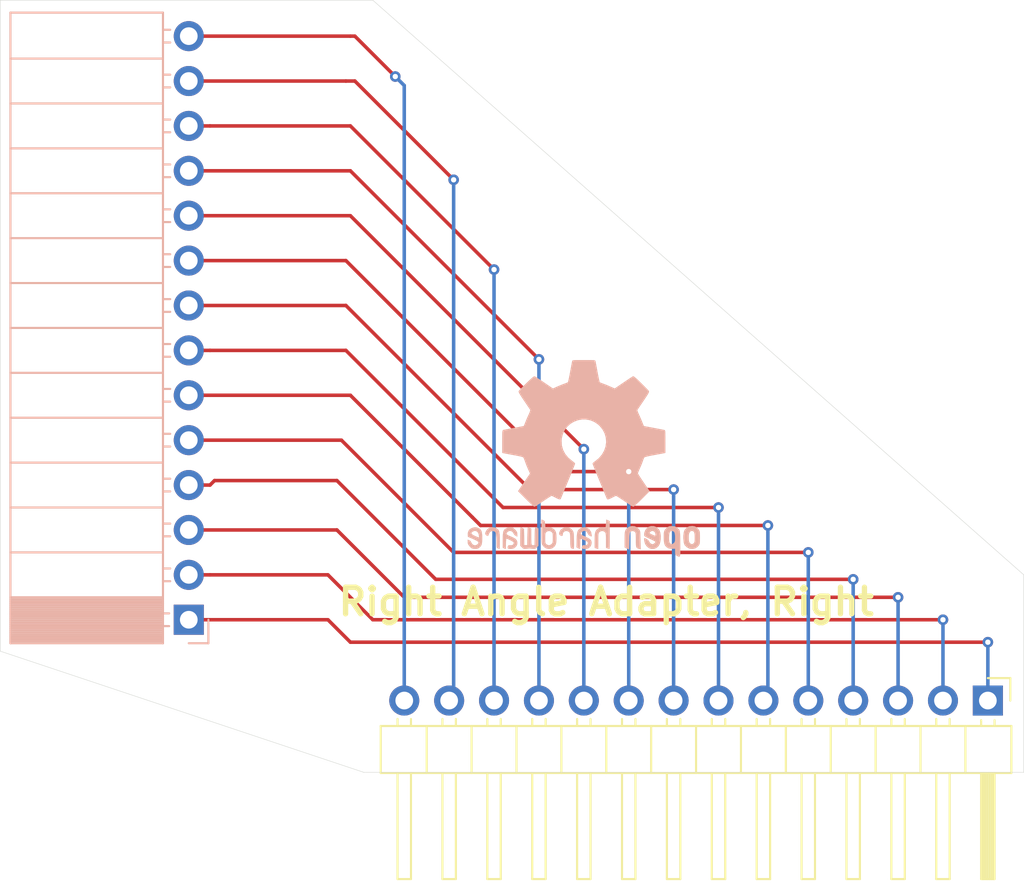
<source format=kicad_pcb>
(kicad_pcb (version 20171130) (host pcbnew "(5.0.2-5)-5")

  (general
    (thickness 1.6)
    (drawings 7)
    (tracks 79)
    (zones 0)
    (modules 3)
    (nets 15)
  )

  (page A4)
  (title_block
    (title "PCBPool Template")
    (date "21 December 2014")
    (rev 0.1)
    (company s-light.eu)
  )

  (layers
    (0 F.Cu signal)
    (31 B.Cu signal)
    (32 B.Adhes user)
    (33 F.Adhes user)
    (34 B.Paste user)
    (35 F.Paste user)
    (36 B.SilkS user)
    (37 F.SilkS user)
    (38 B.Mask user)
    (39 F.Mask user)
    (40 Dwgs.User user hide)
    (41 Cmts.User user hide)
    (42 Eco1.User user hide)
    (43 Eco2.User user hide)
    (44 Edge.Cuts user)
    (45 Margin user)
    (46 B.CrtYd user)
    (47 F.CrtYd user)
    (48 B.Fab user)
    (49 F.Fab user)
  )

  (setup
    (last_trace_width 0.2)
    (user_trace_width 0.15)
    (user_trace_width 0.2)
    (user_trace_width 0.254)
    (user_trace_width 0.3)
    (user_trace_width 0.5)
    (user_trace_width 0.75)
    (user_trace_width 1)
    (user_trace_width 2)
    (trace_clearance 0.15)
    (zone_clearance 0.15)
    (zone_45_only yes)
    (trace_min 0.15)
    (segment_width 0.2)
    (edge_width 0.1)
    (via_size 0.6)
    (via_drill 0.3)
    (via_min_size 0.6)
    (via_min_drill 0.3)
    (user_via 0.6 0.3)
    (user_via 0.7 0.4)
    (user_via 0.9 0.5)
    (user_via 1 0.6)
    (user_via 1.1 0.7)
    (user_via 1.2 0.8)
    (uvia_size 0.5)
    (uvia_drill 0.2)
    (uvias_allowed no)
    (uvia_min_size 0.5)
    (uvia_min_drill 0.2)
    (pcb_text_width 0.3)
    (pcb_text_size 1.5 1.5)
    (mod_edge_width 0.15)
    (mod_text_size 1 1)
    (mod_text_width 0.15)
    (pad_size 1.5 1.5)
    (pad_drill 0.6)
    (pad_to_mask_clearance 0.08)
    (solder_mask_min_width 0.1)
    (aux_axis_origin 50 50)
    (grid_origin 50 50)
    (visible_elements 7FFFFFFF)
    (pcbplotparams
      (layerselection 0x00030_80000001)
      (usegerberextensions false)
      (usegerberattributes false)
      (usegerberadvancedattributes false)
      (creategerberjobfile false)
      (excludeedgelayer true)
      (linewidth 0.100000)
      (plotframeref false)
      (viasonmask false)
      (mode 1)
      (useauxorigin false)
      (hpglpennumber 1)
      (hpglpenspeed 20)
      (hpglpendiameter 15.000000)
      (psnegative false)
      (psa4output false)
      (plotreference true)
      (plotvalue true)
      (plotinvisibletext false)
      (padsonsilk false)
      (subtractmaskfromsilk false)
      (outputformat 1)
      (mirror false)
      (drillshape 1)
      (scaleselection 1)
      (outputdirectory "export/svg/"))
  )

  (net 0 "")
  (net 1 "Net-(J1-Pad1)")
  (net 2 "Net-(J1-Pad2)")
  (net 3 "Net-(J1-Pad3)")
  (net 4 "Net-(J1-Pad4)")
  (net 5 "Net-(J1-Pad5)")
  (net 6 "Net-(J1-Pad6)")
  (net 7 "Net-(J1-Pad7)")
  (net 8 "Net-(J1-Pad8)")
  (net 9 "Net-(J1-Pad9)")
  (net 10 "Net-(J1-Pad10)")
  (net 11 "Net-(J1-Pad11)")
  (net 12 "Net-(J1-Pad12)")
  (net 13 "Net-(J1-Pad13)")
  (net 14 "Net-(J1-Pad14)")

  (net_class Default "This is the default net class."
    (clearance 0.15)
    (trace_width 0.2)
    (via_dia 0.6)
    (via_drill 0.3)
    (uvia_dia 0.5)
    (uvia_drill 0.2)
    (add_net "Net-(J1-Pad1)")
    (add_net "Net-(J1-Pad10)")
    (add_net "Net-(J1-Pad11)")
    (add_net "Net-(J1-Pad12)")
    (add_net "Net-(J1-Pad13)")
    (add_net "Net-(J1-Pad14)")
    (add_net "Net-(J1-Pad2)")
    (add_net "Net-(J1-Pad3)")
    (add_net "Net-(J1-Pad4)")
    (add_net "Net-(J1-Pad5)")
    (add_net "Net-(J1-Pad6)")
    (add_net "Net-(J1-Pad7)")
    (add_net "Net-(J1-Pad8)")
    (add_net "Net-(J1-Pad9)")
  )

  (net_class LED "max 0.5A"
    (clearance 0.15)
    (trace_width 0.3)
    (via_dia 0.6)
    (via_drill 0.3)
    (uvia_dia 0.5)
    (uvia_drill 0.2)
  )

  (net_class Power "max 1.0A"
    (clearance 0.2)
    (trace_width 0.5)
    (via_dia 0.9)
    (via_drill 0.5)
    (uvia_dia 0.5)
    (uvia_drill 0.2)
  )

  (module Connector_PinSocket_2.54mm:PinSocket_1x14_P2.54mm_Horizontal (layer B.Cu) (tedit 5C74E5C6) (tstamp 5C8247F8)
    (at 129.756 75.4)
    (descr "Through hole angled socket strip, 1x14, 2.54mm pitch, 8.51mm socket length, single row (from Kicad 4.0.7), script generated")
    (tags "Through hole angled socket strip THT 1x14 2.54mm single row")
    (path /5C74E5CB)
    (fp_text reference " " (at -4.38 2.77) (layer B.SilkS)
      (effects (font (size 1 1) (thickness 0.15)) (justify mirror))
    )
    (fp_text value " " (at -4.38 -35.79) (layer B.Fab) hide
      (effects (font (size 1 1) (thickness 0.15)) (justify mirror))
    )
    (fp_line (start -10.03 1.27) (end -2.49 1.27) (layer B.Fab) (width 0.1))
    (fp_line (start -2.49 1.27) (end -1.52 0.3) (layer B.Fab) (width 0.1))
    (fp_line (start -1.52 0.3) (end -1.52 -34.29) (layer B.Fab) (width 0.1))
    (fp_line (start -1.52 -34.29) (end -10.03 -34.29) (layer B.Fab) (width 0.1))
    (fp_line (start -10.03 -34.29) (end -10.03 1.27) (layer B.Fab) (width 0.1))
    (fp_line (start 0 0.3) (end -1.52 0.3) (layer B.Fab) (width 0.1))
    (fp_line (start -1.52 -0.3) (end 0 -0.3) (layer B.Fab) (width 0.1))
    (fp_line (start 0 -0.3) (end 0 0.3) (layer B.Fab) (width 0.1))
    (fp_line (start 0 -2.24) (end -1.52 -2.24) (layer B.Fab) (width 0.1))
    (fp_line (start -1.52 -2.84) (end 0 -2.84) (layer B.Fab) (width 0.1))
    (fp_line (start 0 -2.84) (end 0 -2.24) (layer B.Fab) (width 0.1))
    (fp_line (start 0 -4.78) (end -1.52 -4.78) (layer B.Fab) (width 0.1))
    (fp_line (start -1.52 -5.38) (end 0 -5.38) (layer B.Fab) (width 0.1))
    (fp_line (start 0 -5.38) (end 0 -4.78) (layer B.Fab) (width 0.1))
    (fp_line (start 0 -7.32) (end -1.52 -7.32) (layer B.Fab) (width 0.1))
    (fp_line (start -1.52 -7.92) (end 0 -7.92) (layer B.Fab) (width 0.1))
    (fp_line (start 0 -7.92) (end 0 -7.32) (layer B.Fab) (width 0.1))
    (fp_line (start 0 -9.86) (end -1.52 -9.86) (layer B.Fab) (width 0.1))
    (fp_line (start -1.52 -10.46) (end 0 -10.46) (layer B.Fab) (width 0.1))
    (fp_line (start 0 -10.46) (end 0 -9.86) (layer B.Fab) (width 0.1))
    (fp_line (start 0 -12.4) (end -1.52 -12.4) (layer B.Fab) (width 0.1))
    (fp_line (start -1.52 -13) (end 0 -13) (layer B.Fab) (width 0.1))
    (fp_line (start 0 -13) (end 0 -12.4) (layer B.Fab) (width 0.1))
    (fp_line (start 0 -14.94) (end -1.52 -14.94) (layer B.Fab) (width 0.1))
    (fp_line (start -1.52 -15.54) (end 0 -15.54) (layer B.Fab) (width 0.1))
    (fp_line (start 0 -15.54) (end 0 -14.94) (layer B.Fab) (width 0.1))
    (fp_line (start 0 -17.48) (end -1.52 -17.48) (layer B.Fab) (width 0.1))
    (fp_line (start -1.52 -18.08) (end 0 -18.08) (layer B.Fab) (width 0.1))
    (fp_line (start 0 -18.08) (end 0 -17.48) (layer B.Fab) (width 0.1))
    (fp_line (start 0 -20.02) (end -1.52 -20.02) (layer B.Fab) (width 0.1))
    (fp_line (start -1.52 -20.62) (end 0 -20.62) (layer B.Fab) (width 0.1))
    (fp_line (start 0 -20.62) (end 0 -20.02) (layer B.Fab) (width 0.1))
    (fp_line (start 0 -22.56) (end -1.52 -22.56) (layer B.Fab) (width 0.1))
    (fp_line (start -1.52 -23.16) (end 0 -23.16) (layer B.Fab) (width 0.1))
    (fp_line (start 0 -23.16) (end 0 -22.56) (layer B.Fab) (width 0.1))
    (fp_line (start 0 -25.1) (end -1.52 -25.1) (layer B.Fab) (width 0.1))
    (fp_line (start -1.52 -25.7) (end 0 -25.7) (layer B.Fab) (width 0.1))
    (fp_line (start 0 -25.7) (end 0 -25.1) (layer B.Fab) (width 0.1))
    (fp_line (start 0 -27.64) (end -1.52 -27.64) (layer B.Fab) (width 0.1))
    (fp_line (start -1.52 -28.24) (end 0 -28.24) (layer B.Fab) (width 0.1))
    (fp_line (start 0 -28.24) (end 0 -27.64) (layer B.Fab) (width 0.1))
    (fp_line (start 0 -30.18) (end -1.52 -30.18) (layer B.Fab) (width 0.1))
    (fp_line (start -1.52 -30.78) (end 0 -30.78) (layer B.Fab) (width 0.1))
    (fp_line (start 0 -30.78) (end 0 -30.18) (layer B.Fab) (width 0.1))
    (fp_line (start 0 -32.72) (end -1.52 -32.72) (layer B.Fab) (width 0.1))
    (fp_line (start -1.52 -33.32) (end 0 -33.32) (layer B.Fab) (width 0.1))
    (fp_line (start 0 -33.32) (end 0 -32.72) (layer B.Fab) (width 0.1))
    (fp_line (start -10.09 1.21) (end -1.46 1.21) (layer B.SilkS) (width 0.12))
    (fp_line (start -10.09 1.091905) (end -1.46 1.091905) (layer B.SilkS) (width 0.12))
    (fp_line (start -10.09 0.97381) (end -1.46 0.97381) (layer B.SilkS) (width 0.12))
    (fp_line (start -10.09 0.855715) (end -1.46 0.855715) (layer B.SilkS) (width 0.12))
    (fp_line (start -10.09 0.73762) (end -1.46 0.73762) (layer B.SilkS) (width 0.12))
    (fp_line (start -10.09 0.619525) (end -1.46 0.619525) (layer B.SilkS) (width 0.12))
    (fp_line (start -10.09 0.50143) (end -1.46 0.50143) (layer B.SilkS) (width 0.12))
    (fp_line (start -10.09 0.383335) (end -1.46 0.383335) (layer B.SilkS) (width 0.12))
    (fp_line (start -10.09 0.26524) (end -1.46 0.26524) (layer B.SilkS) (width 0.12))
    (fp_line (start -10.09 0.147145) (end -1.46 0.147145) (layer B.SilkS) (width 0.12))
    (fp_line (start -10.09 0.02905) (end -1.46 0.02905) (layer B.SilkS) (width 0.12))
    (fp_line (start -10.09 -0.089045) (end -1.46 -0.089045) (layer B.SilkS) (width 0.12))
    (fp_line (start -10.09 -0.20714) (end -1.46 -0.20714) (layer B.SilkS) (width 0.12))
    (fp_line (start -10.09 -0.325235) (end -1.46 -0.325235) (layer B.SilkS) (width 0.12))
    (fp_line (start -10.09 -0.44333) (end -1.46 -0.44333) (layer B.SilkS) (width 0.12))
    (fp_line (start -10.09 -0.561425) (end -1.46 -0.561425) (layer B.SilkS) (width 0.12))
    (fp_line (start -10.09 -0.67952) (end -1.46 -0.67952) (layer B.SilkS) (width 0.12))
    (fp_line (start -10.09 -0.797615) (end -1.46 -0.797615) (layer B.SilkS) (width 0.12))
    (fp_line (start -10.09 -0.91571) (end -1.46 -0.91571) (layer B.SilkS) (width 0.12))
    (fp_line (start -10.09 -1.033805) (end -1.46 -1.033805) (layer B.SilkS) (width 0.12))
    (fp_line (start -10.09 -1.1519) (end -1.46 -1.1519) (layer B.SilkS) (width 0.12))
    (fp_line (start -1.46 0.36) (end -1.11 0.36) (layer B.SilkS) (width 0.12))
    (fp_line (start -1.46 -0.36) (end -1.11 -0.36) (layer B.SilkS) (width 0.12))
    (fp_line (start -1.46 -2.18) (end -1.05 -2.18) (layer B.SilkS) (width 0.12))
    (fp_line (start -1.46 -2.9) (end -1.05 -2.9) (layer B.SilkS) (width 0.12))
    (fp_line (start -1.46 -4.72) (end -1.05 -4.72) (layer B.SilkS) (width 0.12))
    (fp_line (start -1.46 -5.44) (end -1.05 -5.44) (layer B.SilkS) (width 0.12))
    (fp_line (start -1.46 -7.26) (end -1.05 -7.26) (layer B.SilkS) (width 0.12))
    (fp_line (start -1.46 -7.98) (end -1.05 -7.98) (layer B.SilkS) (width 0.12))
    (fp_line (start -1.46 -9.8) (end -1.05 -9.8) (layer B.SilkS) (width 0.12))
    (fp_line (start -1.46 -10.52) (end -1.05 -10.52) (layer B.SilkS) (width 0.12))
    (fp_line (start -1.46 -12.34) (end -1.05 -12.34) (layer B.SilkS) (width 0.12))
    (fp_line (start -1.46 -13.06) (end -1.05 -13.06) (layer B.SilkS) (width 0.12))
    (fp_line (start -1.46 -14.88) (end -1.05 -14.88) (layer B.SilkS) (width 0.12))
    (fp_line (start -1.46 -15.6) (end -1.05 -15.6) (layer B.SilkS) (width 0.12))
    (fp_line (start -1.46 -17.42) (end -1.05 -17.42) (layer B.SilkS) (width 0.12))
    (fp_line (start -1.46 -18.14) (end -1.05 -18.14) (layer B.SilkS) (width 0.12))
    (fp_line (start -1.46 -19.96) (end -1.05 -19.96) (layer B.SilkS) (width 0.12))
    (fp_line (start -1.46 -20.68) (end -1.05 -20.68) (layer B.SilkS) (width 0.12))
    (fp_line (start -1.46 -22.5) (end -1.05 -22.5) (layer B.SilkS) (width 0.12))
    (fp_line (start -1.46 -23.22) (end -1.05 -23.22) (layer B.SilkS) (width 0.12))
    (fp_line (start -1.46 -25.04) (end -1.05 -25.04) (layer B.SilkS) (width 0.12))
    (fp_line (start -1.46 -25.76) (end -1.05 -25.76) (layer B.SilkS) (width 0.12))
    (fp_line (start -1.46 -27.58) (end -1.05 -27.58) (layer B.SilkS) (width 0.12))
    (fp_line (start -1.46 -28.3) (end -1.05 -28.3) (layer B.SilkS) (width 0.12))
    (fp_line (start -1.46 -30.12) (end -1.05 -30.12) (layer B.SilkS) (width 0.12))
    (fp_line (start -1.46 -30.84) (end -1.05 -30.84) (layer B.SilkS) (width 0.12))
    (fp_line (start -1.46 -32.66) (end -1.05 -32.66) (layer B.SilkS) (width 0.12))
    (fp_line (start -1.46 -33.38) (end -1.05 -33.38) (layer B.SilkS) (width 0.12))
    (fp_line (start -10.09 -1.27) (end -1.46 -1.27) (layer B.SilkS) (width 0.12))
    (fp_line (start -10.09 -3.81) (end -1.46 -3.81) (layer B.SilkS) (width 0.12))
    (fp_line (start -10.09 -6.35) (end -1.46 -6.35) (layer B.SilkS) (width 0.12))
    (fp_line (start -10.09 -8.89) (end -1.46 -8.89) (layer B.SilkS) (width 0.12))
    (fp_line (start -10.09 -11.43) (end -1.46 -11.43) (layer B.SilkS) (width 0.12))
    (fp_line (start -10.09 -13.97) (end -1.46 -13.97) (layer B.SilkS) (width 0.12))
    (fp_line (start -10.09 -16.51) (end -1.46 -16.51) (layer B.SilkS) (width 0.12))
    (fp_line (start -10.09 -19.05) (end -1.46 -19.05) (layer B.SilkS) (width 0.12))
    (fp_line (start -10.09 -21.59) (end -1.46 -21.59) (layer B.SilkS) (width 0.12))
    (fp_line (start -10.09 -24.13) (end -1.46 -24.13) (layer B.SilkS) (width 0.12))
    (fp_line (start -10.09 -26.67) (end -1.46 -26.67) (layer B.SilkS) (width 0.12))
    (fp_line (start -10.09 -29.21) (end -1.46 -29.21) (layer B.SilkS) (width 0.12))
    (fp_line (start -10.09 -31.75) (end -1.46 -31.75) (layer B.SilkS) (width 0.12))
    (fp_line (start -10.09 1.33) (end -1.46 1.33) (layer B.SilkS) (width 0.12))
    (fp_line (start -1.46 1.33) (end -1.46 -34.35) (layer B.SilkS) (width 0.12))
    (fp_line (start -10.09 -34.35) (end -1.46 -34.35) (layer B.SilkS) (width 0.12))
    (fp_line (start -10.09 1.33) (end -10.09 -34.35) (layer B.SilkS) (width 0.12))
    (fp_line (start 1.11 1.33) (end 1.11 0) (layer B.SilkS) (width 0.12))
    (fp_line (start 0 1.33) (end 1.11 1.33) (layer B.SilkS) (width 0.12))
    (fp_line (start 1.75 1.75) (end -10.55 1.75) (layer B.CrtYd) (width 0.05))
    (fp_line (start -10.55 1.75) (end -10.55 -34.85) (layer B.CrtYd) (width 0.05))
    (fp_line (start -10.55 -34.85) (end 1.75 -34.85) (layer B.CrtYd) (width 0.05))
    (fp_line (start 1.75 -34.85) (end 1.75 1.75) (layer B.CrtYd) (width 0.05))
    (fp_text user %R (at -5.775 -16.51 -90) (layer B.Fab)
      (effects (font (size 1 1) (thickness 0.15)) (justify mirror))
    )
    (pad 1 thru_hole rect (at 0 0) (size 1.7 1.7) (drill 1) (layers *.Cu *.Mask)
      (net 1 "Net-(J1-Pad1)"))
    (pad 2 thru_hole oval (at 0 -2.54) (size 1.7 1.7) (drill 1) (layers *.Cu *.Mask)
      (net 2 "Net-(J1-Pad2)"))
    (pad 3 thru_hole oval (at 0 -5.08) (size 1.7 1.7) (drill 1) (layers *.Cu *.Mask)
      (net 3 "Net-(J1-Pad3)"))
    (pad 4 thru_hole oval (at 0 -7.62) (size 1.7 1.7) (drill 1) (layers *.Cu *.Mask)
      (net 4 "Net-(J1-Pad4)"))
    (pad 5 thru_hole oval (at 0 -10.16) (size 1.7 1.7) (drill 1) (layers *.Cu *.Mask)
      (net 5 "Net-(J1-Pad5)"))
    (pad 6 thru_hole oval (at 0 -12.7) (size 1.7 1.7) (drill 1) (layers *.Cu *.Mask)
      (net 6 "Net-(J1-Pad6)"))
    (pad 7 thru_hole oval (at 0 -15.24) (size 1.7 1.7) (drill 1) (layers *.Cu *.Mask)
      (net 7 "Net-(J1-Pad7)"))
    (pad 8 thru_hole oval (at 0 -17.78) (size 1.7 1.7) (drill 1) (layers *.Cu *.Mask)
      (net 8 "Net-(J1-Pad8)"))
    (pad 9 thru_hole oval (at 0 -20.32) (size 1.7 1.7) (drill 1) (layers *.Cu *.Mask)
      (net 9 "Net-(J1-Pad9)"))
    (pad 10 thru_hole oval (at 0 -22.86) (size 1.7 1.7) (drill 1) (layers *.Cu *.Mask)
      (net 10 "Net-(J1-Pad10)"))
    (pad 11 thru_hole oval (at 0 -25.4) (size 1.7 1.7) (drill 1) (layers *.Cu *.Mask)
      (net 11 "Net-(J1-Pad11)"))
    (pad 12 thru_hole oval (at 0 -27.94) (size 1.7 1.7) (drill 1) (layers *.Cu *.Mask)
      (net 12 "Net-(J1-Pad12)"))
    (pad 13 thru_hole oval (at 0 -30.48) (size 1.7 1.7) (drill 1) (layers *.Cu *.Mask)
      (net 13 "Net-(J1-Pad13)"))
    (pad 14 thru_hole oval (at 0 -33.02) (size 1.7 1.7) (drill 1) (layers *.Cu *.Mask)
      (net 14 "Net-(J1-Pad14)"))
    (model ${KISYS3DMOD}/Connector_PinSocket_2.54mm.3dshapes/PinSocket_1x14_P2.54mm_Horizontal.wrl
      (at (xyz 0 0 0))
      (scale (xyz 1 1 1))
      (rotate (xyz 0 0 0))
    )
  )

  (module Connector_PinHeader_2.54mm:PinHeader_1x14_P2.54mm_Horizontal (layer F.Cu) (tedit 5C74E5E1) (tstamp 5C8245D3)
    (at 174.968 79.972 270)
    (descr "Through hole angled pin header, 1x14, 2.54mm pitch, 6mm pin length, single row")
    (tags "Through hole angled pin header THT 1x14 2.54mm single row")
    (path /5C74E576)
    (fp_text reference " " (at 4.385 -2.27 270) (layer F.SilkS) hide
      (effects (font (size 1 1) (thickness 0.15)))
    )
    (fp_text value " " (at 4.385 35.29 270) (layer F.Fab) hide
      (effects (font (size 1 1) (thickness 0.15)))
    )
    (fp_line (start 2.135 -1.27) (end 4.04 -1.27) (layer F.Fab) (width 0.1))
    (fp_line (start 4.04 -1.27) (end 4.04 34.29) (layer F.Fab) (width 0.1))
    (fp_line (start 4.04 34.29) (end 1.5 34.29) (layer F.Fab) (width 0.1))
    (fp_line (start 1.5 34.29) (end 1.5 -0.635) (layer F.Fab) (width 0.1))
    (fp_line (start 1.5 -0.635) (end 2.135 -1.27) (layer F.Fab) (width 0.1))
    (fp_line (start -0.32 -0.32) (end 1.5 -0.32) (layer F.Fab) (width 0.1))
    (fp_line (start -0.32 -0.32) (end -0.32 0.32) (layer F.Fab) (width 0.1))
    (fp_line (start -0.32 0.32) (end 1.5 0.32) (layer F.Fab) (width 0.1))
    (fp_line (start 4.04 -0.32) (end 10.04 -0.32) (layer F.Fab) (width 0.1))
    (fp_line (start 10.04 -0.32) (end 10.04 0.32) (layer F.Fab) (width 0.1))
    (fp_line (start 4.04 0.32) (end 10.04 0.32) (layer F.Fab) (width 0.1))
    (fp_line (start -0.32 2.22) (end 1.5 2.22) (layer F.Fab) (width 0.1))
    (fp_line (start -0.32 2.22) (end -0.32 2.86) (layer F.Fab) (width 0.1))
    (fp_line (start -0.32 2.86) (end 1.5 2.86) (layer F.Fab) (width 0.1))
    (fp_line (start 4.04 2.22) (end 10.04 2.22) (layer F.Fab) (width 0.1))
    (fp_line (start 10.04 2.22) (end 10.04 2.86) (layer F.Fab) (width 0.1))
    (fp_line (start 4.04 2.86) (end 10.04 2.86) (layer F.Fab) (width 0.1))
    (fp_line (start -0.32 4.76) (end 1.5 4.76) (layer F.Fab) (width 0.1))
    (fp_line (start -0.32 4.76) (end -0.32 5.4) (layer F.Fab) (width 0.1))
    (fp_line (start -0.32 5.4) (end 1.5 5.4) (layer F.Fab) (width 0.1))
    (fp_line (start 4.04 4.76) (end 10.04 4.76) (layer F.Fab) (width 0.1))
    (fp_line (start 10.04 4.76) (end 10.04 5.4) (layer F.Fab) (width 0.1))
    (fp_line (start 4.04 5.4) (end 10.04 5.4) (layer F.Fab) (width 0.1))
    (fp_line (start -0.32 7.3) (end 1.5 7.3) (layer F.Fab) (width 0.1))
    (fp_line (start -0.32 7.3) (end -0.32 7.94) (layer F.Fab) (width 0.1))
    (fp_line (start -0.32 7.94) (end 1.5 7.94) (layer F.Fab) (width 0.1))
    (fp_line (start 4.04 7.3) (end 10.04 7.3) (layer F.Fab) (width 0.1))
    (fp_line (start 10.04 7.3) (end 10.04 7.94) (layer F.Fab) (width 0.1))
    (fp_line (start 4.04 7.94) (end 10.04 7.94) (layer F.Fab) (width 0.1))
    (fp_line (start -0.32 9.84) (end 1.5 9.84) (layer F.Fab) (width 0.1))
    (fp_line (start -0.32 9.84) (end -0.32 10.48) (layer F.Fab) (width 0.1))
    (fp_line (start -0.32 10.48) (end 1.5 10.48) (layer F.Fab) (width 0.1))
    (fp_line (start 4.04 9.84) (end 10.04 9.84) (layer F.Fab) (width 0.1))
    (fp_line (start 10.04 9.84) (end 10.04 10.48) (layer F.Fab) (width 0.1))
    (fp_line (start 4.04 10.48) (end 10.04 10.48) (layer F.Fab) (width 0.1))
    (fp_line (start -0.32 12.38) (end 1.5 12.38) (layer F.Fab) (width 0.1))
    (fp_line (start -0.32 12.38) (end -0.32 13.02) (layer F.Fab) (width 0.1))
    (fp_line (start -0.32 13.02) (end 1.5 13.02) (layer F.Fab) (width 0.1))
    (fp_line (start 4.04 12.38) (end 10.04 12.38) (layer F.Fab) (width 0.1))
    (fp_line (start 10.04 12.38) (end 10.04 13.02) (layer F.Fab) (width 0.1))
    (fp_line (start 4.04 13.02) (end 10.04 13.02) (layer F.Fab) (width 0.1))
    (fp_line (start -0.32 14.92) (end 1.5 14.92) (layer F.Fab) (width 0.1))
    (fp_line (start -0.32 14.92) (end -0.32 15.56) (layer F.Fab) (width 0.1))
    (fp_line (start -0.32 15.56) (end 1.5 15.56) (layer F.Fab) (width 0.1))
    (fp_line (start 4.04 14.92) (end 10.04 14.92) (layer F.Fab) (width 0.1))
    (fp_line (start 10.04 14.92) (end 10.04 15.56) (layer F.Fab) (width 0.1))
    (fp_line (start 4.04 15.56) (end 10.04 15.56) (layer F.Fab) (width 0.1))
    (fp_line (start -0.32 17.46) (end 1.5 17.46) (layer F.Fab) (width 0.1))
    (fp_line (start -0.32 17.46) (end -0.32 18.1) (layer F.Fab) (width 0.1))
    (fp_line (start -0.32 18.1) (end 1.5 18.1) (layer F.Fab) (width 0.1))
    (fp_line (start 4.04 17.46) (end 10.04 17.46) (layer F.Fab) (width 0.1))
    (fp_line (start 10.04 17.46) (end 10.04 18.1) (layer F.Fab) (width 0.1))
    (fp_line (start 4.04 18.1) (end 10.04 18.1) (layer F.Fab) (width 0.1))
    (fp_line (start -0.32 20) (end 1.5 20) (layer F.Fab) (width 0.1))
    (fp_line (start -0.32 20) (end -0.32 20.64) (layer F.Fab) (width 0.1))
    (fp_line (start -0.32 20.64) (end 1.5 20.64) (layer F.Fab) (width 0.1))
    (fp_line (start 4.04 20) (end 10.04 20) (layer F.Fab) (width 0.1))
    (fp_line (start 10.04 20) (end 10.04 20.64) (layer F.Fab) (width 0.1))
    (fp_line (start 4.04 20.64) (end 10.04 20.64) (layer F.Fab) (width 0.1))
    (fp_line (start -0.32 22.54) (end 1.5 22.54) (layer F.Fab) (width 0.1))
    (fp_line (start -0.32 22.54) (end -0.32 23.18) (layer F.Fab) (width 0.1))
    (fp_line (start -0.32 23.18) (end 1.5 23.18) (layer F.Fab) (width 0.1))
    (fp_line (start 4.04 22.54) (end 10.04 22.54) (layer F.Fab) (width 0.1))
    (fp_line (start 10.04 22.54) (end 10.04 23.18) (layer F.Fab) (width 0.1))
    (fp_line (start 4.04 23.18) (end 10.04 23.18) (layer F.Fab) (width 0.1))
    (fp_line (start -0.32 25.08) (end 1.5 25.08) (layer F.Fab) (width 0.1))
    (fp_line (start -0.32 25.08) (end -0.32 25.72) (layer F.Fab) (width 0.1))
    (fp_line (start -0.32 25.72) (end 1.5 25.72) (layer F.Fab) (width 0.1))
    (fp_line (start 4.04 25.08) (end 10.04 25.08) (layer F.Fab) (width 0.1))
    (fp_line (start 10.04 25.08) (end 10.04 25.72) (layer F.Fab) (width 0.1))
    (fp_line (start 4.04 25.72) (end 10.04 25.72) (layer F.Fab) (width 0.1))
    (fp_line (start -0.32 27.62) (end 1.5 27.62) (layer F.Fab) (width 0.1))
    (fp_line (start -0.32 27.62) (end -0.32 28.26) (layer F.Fab) (width 0.1))
    (fp_line (start -0.32 28.26) (end 1.5 28.26) (layer F.Fab) (width 0.1))
    (fp_line (start 4.04 27.62) (end 10.04 27.62) (layer F.Fab) (width 0.1))
    (fp_line (start 10.04 27.62) (end 10.04 28.26) (layer F.Fab) (width 0.1))
    (fp_line (start 4.04 28.26) (end 10.04 28.26) (layer F.Fab) (width 0.1))
    (fp_line (start -0.32 30.16) (end 1.5 30.16) (layer F.Fab) (width 0.1))
    (fp_line (start -0.32 30.16) (end -0.32 30.8) (layer F.Fab) (width 0.1))
    (fp_line (start -0.32 30.8) (end 1.5 30.8) (layer F.Fab) (width 0.1))
    (fp_line (start 4.04 30.16) (end 10.04 30.16) (layer F.Fab) (width 0.1))
    (fp_line (start 10.04 30.16) (end 10.04 30.8) (layer F.Fab) (width 0.1))
    (fp_line (start 4.04 30.8) (end 10.04 30.8) (layer F.Fab) (width 0.1))
    (fp_line (start -0.32 32.7) (end 1.5 32.7) (layer F.Fab) (width 0.1))
    (fp_line (start -0.32 32.7) (end -0.32 33.34) (layer F.Fab) (width 0.1))
    (fp_line (start -0.32 33.34) (end 1.5 33.34) (layer F.Fab) (width 0.1))
    (fp_line (start 4.04 32.7) (end 10.04 32.7) (layer F.Fab) (width 0.1))
    (fp_line (start 10.04 32.7) (end 10.04 33.34) (layer F.Fab) (width 0.1))
    (fp_line (start 4.04 33.34) (end 10.04 33.34) (layer F.Fab) (width 0.1))
    (fp_line (start 1.44 -1.33) (end 1.44 34.35) (layer F.SilkS) (width 0.12))
    (fp_line (start 1.44 34.35) (end 4.1 34.35) (layer F.SilkS) (width 0.12))
    (fp_line (start 4.1 34.35) (end 4.1 -1.33) (layer F.SilkS) (width 0.12))
    (fp_line (start 4.1 -1.33) (end 1.44 -1.33) (layer F.SilkS) (width 0.12))
    (fp_line (start 4.1 -0.38) (end 10.1 -0.38) (layer F.SilkS) (width 0.12))
    (fp_line (start 10.1 -0.38) (end 10.1 0.38) (layer F.SilkS) (width 0.12))
    (fp_line (start 10.1 0.38) (end 4.1 0.38) (layer F.SilkS) (width 0.12))
    (fp_line (start 4.1 -0.32) (end 10.1 -0.32) (layer F.SilkS) (width 0.12))
    (fp_line (start 4.1 -0.2) (end 10.1 -0.2) (layer F.SilkS) (width 0.12))
    (fp_line (start 4.1 -0.08) (end 10.1 -0.08) (layer F.SilkS) (width 0.12))
    (fp_line (start 4.1 0.04) (end 10.1 0.04) (layer F.SilkS) (width 0.12))
    (fp_line (start 4.1 0.16) (end 10.1 0.16) (layer F.SilkS) (width 0.12))
    (fp_line (start 4.1 0.28) (end 10.1 0.28) (layer F.SilkS) (width 0.12))
    (fp_line (start 1.11 -0.38) (end 1.44 -0.38) (layer F.SilkS) (width 0.12))
    (fp_line (start 1.11 0.38) (end 1.44 0.38) (layer F.SilkS) (width 0.12))
    (fp_line (start 1.44 1.27) (end 4.1 1.27) (layer F.SilkS) (width 0.12))
    (fp_line (start 4.1 2.16) (end 10.1 2.16) (layer F.SilkS) (width 0.12))
    (fp_line (start 10.1 2.16) (end 10.1 2.92) (layer F.SilkS) (width 0.12))
    (fp_line (start 10.1 2.92) (end 4.1 2.92) (layer F.SilkS) (width 0.12))
    (fp_line (start 1.042929 2.16) (end 1.44 2.16) (layer F.SilkS) (width 0.12))
    (fp_line (start 1.042929 2.92) (end 1.44 2.92) (layer F.SilkS) (width 0.12))
    (fp_line (start 1.44 3.81) (end 4.1 3.81) (layer F.SilkS) (width 0.12))
    (fp_line (start 4.1 4.7) (end 10.1 4.7) (layer F.SilkS) (width 0.12))
    (fp_line (start 10.1 4.7) (end 10.1 5.46) (layer F.SilkS) (width 0.12))
    (fp_line (start 10.1 5.46) (end 4.1 5.46) (layer F.SilkS) (width 0.12))
    (fp_line (start 1.042929 4.7) (end 1.44 4.7) (layer F.SilkS) (width 0.12))
    (fp_line (start 1.042929 5.46) (end 1.44 5.46) (layer F.SilkS) (width 0.12))
    (fp_line (start 1.44 6.35) (end 4.1 6.35) (layer F.SilkS) (width 0.12))
    (fp_line (start 4.1 7.24) (end 10.1 7.24) (layer F.SilkS) (width 0.12))
    (fp_line (start 10.1 7.24) (end 10.1 8) (layer F.SilkS) (width 0.12))
    (fp_line (start 10.1 8) (end 4.1 8) (layer F.SilkS) (width 0.12))
    (fp_line (start 1.042929 7.24) (end 1.44 7.24) (layer F.SilkS) (width 0.12))
    (fp_line (start 1.042929 8) (end 1.44 8) (layer F.SilkS) (width 0.12))
    (fp_line (start 1.44 8.89) (end 4.1 8.89) (layer F.SilkS) (width 0.12))
    (fp_line (start 4.1 9.78) (end 10.1 9.78) (layer F.SilkS) (width 0.12))
    (fp_line (start 10.1 9.78) (end 10.1 10.54) (layer F.SilkS) (width 0.12))
    (fp_line (start 10.1 10.54) (end 4.1 10.54) (layer F.SilkS) (width 0.12))
    (fp_line (start 1.042929 9.78) (end 1.44 9.78) (layer F.SilkS) (width 0.12))
    (fp_line (start 1.042929 10.54) (end 1.44 10.54) (layer F.SilkS) (width 0.12))
    (fp_line (start 1.44 11.43) (end 4.1 11.43) (layer F.SilkS) (width 0.12))
    (fp_line (start 4.1 12.32) (end 10.1 12.32) (layer F.SilkS) (width 0.12))
    (fp_line (start 10.1 12.32) (end 10.1 13.08) (layer F.SilkS) (width 0.12))
    (fp_line (start 10.1 13.08) (end 4.1 13.08) (layer F.SilkS) (width 0.12))
    (fp_line (start 1.042929 12.32) (end 1.44 12.32) (layer F.SilkS) (width 0.12))
    (fp_line (start 1.042929 13.08) (end 1.44 13.08) (layer F.SilkS) (width 0.12))
    (fp_line (start 1.44 13.97) (end 4.1 13.97) (layer F.SilkS) (width 0.12))
    (fp_line (start 4.1 14.86) (end 10.1 14.86) (layer F.SilkS) (width 0.12))
    (fp_line (start 10.1 14.86) (end 10.1 15.62) (layer F.SilkS) (width 0.12))
    (fp_line (start 10.1 15.62) (end 4.1 15.62) (layer F.SilkS) (width 0.12))
    (fp_line (start 1.042929 14.86) (end 1.44 14.86) (layer F.SilkS) (width 0.12))
    (fp_line (start 1.042929 15.62) (end 1.44 15.62) (layer F.SilkS) (width 0.12))
    (fp_line (start 1.44 16.51) (end 4.1 16.51) (layer F.SilkS) (width 0.12))
    (fp_line (start 4.1 17.4) (end 10.1 17.4) (layer F.SilkS) (width 0.12))
    (fp_line (start 10.1 17.4) (end 10.1 18.16) (layer F.SilkS) (width 0.12))
    (fp_line (start 10.1 18.16) (end 4.1 18.16) (layer F.SilkS) (width 0.12))
    (fp_line (start 1.042929 17.4) (end 1.44 17.4) (layer F.SilkS) (width 0.12))
    (fp_line (start 1.042929 18.16) (end 1.44 18.16) (layer F.SilkS) (width 0.12))
    (fp_line (start 1.44 19.05) (end 4.1 19.05) (layer F.SilkS) (width 0.12))
    (fp_line (start 4.1 19.94) (end 10.1 19.94) (layer F.SilkS) (width 0.12))
    (fp_line (start 10.1 19.94) (end 10.1 20.7) (layer F.SilkS) (width 0.12))
    (fp_line (start 10.1 20.7) (end 4.1 20.7) (layer F.SilkS) (width 0.12))
    (fp_line (start 1.042929 19.94) (end 1.44 19.94) (layer F.SilkS) (width 0.12))
    (fp_line (start 1.042929 20.7) (end 1.44 20.7) (layer F.SilkS) (width 0.12))
    (fp_line (start 1.44 21.59) (end 4.1 21.59) (layer F.SilkS) (width 0.12))
    (fp_line (start 4.1 22.48) (end 10.1 22.48) (layer F.SilkS) (width 0.12))
    (fp_line (start 10.1 22.48) (end 10.1 23.24) (layer F.SilkS) (width 0.12))
    (fp_line (start 10.1 23.24) (end 4.1 23.24) (layer F.SilkS) (width 0.12))
    (fp_line (start 1.042929 22.48) (end 1.44 22.48) (layer F.SilkS) (width 0.12))
    (fp_line (start 1.042929 23.24) (end 1.44 23.24) (layer F.SilkS) (width 0.12))
    (fp_line (start 1.44 24.13) (end 4.1 24.13) (layer F.SilkS) (width 0.12))
    (fp_line (start 4.1 25.02) (end 10.1 25.02) (layer F.SilkS) (width 0.12))
    (fp_line (start 10.1 25.02) (end 10.1 25.78) (layer F.SilkS) (width 0.12))
    (fp_line (start 10.1 25.78) (end 4.1 25.78) (layer F.SilkS) (width 0.12))
    (fp_line (start 1.042929 25.02) (end 1.44 25.02) (layer F.SilkS) (width 0.12))
    (fp_line (start 1.042929 25.78) (end 1.44 25.78) (layer F.SilkS) (width 0.12))
    (fp_line (start 1.44 26.67) (end 4.1 26.67) (layer F.SilkS) (width 0.12))
    (fp_line (start 4.1 27.56) (end 10.1 27.56) (layer F.SilkS) (width 0.12))
    (fp_line (start 10.1 27.56) (end 10.1 28.32) (layer F.SilkS) (width 0.12))
    (fp_line (start 10.1 28.32) (end 4.1 28.32) (layer F.SilkS) (width 0.12))
    (fp_line (start 1.042929 27.56) (end 1.44 27.56) (layer F.SilkS) (width 0.12))
    (fp_line (start 1.042929 28.32) (end 1.44 28.32) (layer F.SilkS) (width 0.12))
    (fp_line (start 1.44 29.21) (end 4.1 29.21) (layer F.SilkS) (width 0.12))
    (fp_line (start 4.1 30.1) (end 10.1 30.1) (layer F.SilkS) (width 0.12))
    (fp_line (start 10.1 30.1) (end 10.1 30.86) (layer F.SilkS) (width 0.12))
    (fp_line (start 10.1 30.86) (end 4.1 30.86) (layer F.SilkS) (width 0.12))
    (fp_line (start 1.042929 30.1) (end 1.44 30.1) (layer F.SilkS) (width 0.12))
    (fp_line (start 1.042929 30.86) (end 1.44 30.86) (layer F.SilkS) (width 0.12))
    (fp_line (start 1.44 31.75) (end 4.1 31.75) (layer F.SilkS) (width 0.12))
    (fp_line (start 4.1 32.64) (end 10.1 32.64) (layer F.SilkS) (width 0.12))
    (fp_line (start 10.1 32.64) (end 10.1 33.4) (layer F.SilkS) (width 0.12))
    (fp_line (start 10.1 33.4) (end 4.1 33.4) (layer F.SilkS) (width 0.12))
    (fp_line (start 1.042929 32.64) (end 1.44 32.64) (layer F.SilkS) (width 0.12))
    (fp_line (start 1.042929 33.4) (end 1.44 33.4) (layer F.SilkS) (width 0.12))
    (fp_line (start -1.27 0) (end -1.27 -1.27) (layer F.SilkS) (width 0.12))
    (fp_line (start -1.27 -1.27) (end 0 -1.27) (layer F.SilkS) (width 0.12))
    (fp_line (start -1.8 -1.8) (end -1.8 34.8) (layer F.CrtYd) (width 0.05))
    (fp_line (start -1.8 34.8) (end 10.55 34.8) (layer F.CrtYd) (width 0.05))
    (fp_line (start 10.55 34.8) (end 10.55 -1.8) (layer F.CrtYd) (width 0.05))
    (fp_line (start 10.55 -1.8) (end -1.8 -1.8) (layer F.CrtYd) (width 0.05))
    (fp_text user %R (at 2.77 16.51) (layer F.Fab)
      (effects (font (size 1 1) (thickness 0.15)))
    )
    (pad 1 thru_hole rect (at 0 0 270) (size 1.7 1.7) (drill 1) (layers *.Cu *.Mask)
      (net 1 "Net-(J1-Pad1)"))
    (pad 2 thru_hole oval (at 0 2.54 270) (size 1.7 1.7) (drill 1) (layers *.Cu *.Mask)
      (net 2 "Net-(J1-Pad2)"))
    (pad 3 thru_hole oval (at 0 5.08 270) (size 1.7 1.7) (drill 1) (layers *.Cu *.Mask)
      (net 3 "Net-(J1-Pad3)"))
    (pad 4 thru_hole oval (at 0 7.62 270) (size 1.7 1.7) (drill 1) (layers *.Cu *.Mask)
      (net 4 "Net-(J1-Pad4)"))
    (pad 5 thru_hole oval (at 0 10.16 270) (size 1.7 1.7) (drill 1) (layers *.Cu *.Mask)
      (net 5 "Net-(J1-Pad5)"))
    (pad 6 thru_hole oval (at 0 12.7 270) (size 1.7 1.7) (drill 1) (layers *.Cu *.Mask)
      (net 6 "Net-(J1-Pad6)"))
    (pad 7 thru_hole oval (at 0 15.24 270) (size 1.7 1.7) (drill 1) (layers *.Cu *.Mask)
      (net 7 "Net-(J1-Pad7)"))
    (pad 8 thru_hole oval (at 0 17.78 270) (size 1.7 1.7) (drill 1) (layers *.Cu *.Mask)
      (net 8 "Net-(J1-Pad8)"))
    (pad 9 thru_hole oval (at 0 20.32 270) (size 1.7 1.7) (drill 1) (layers *.Cu *.Mask)
      (net 9 "Net-(J1-Pad9)"))
    (pad 10 thru_hole oval (at 0 22.86 270) (size 1.7 1.7) (drill 1) (layers *.Cu *.Mask)
      (net 10 "Net-(J1-Pad10)"))
    (pad 11 thru_hole oval (at 0 25.4 270) (size 1.7 1.7) (drill 1) (layers *.Cu *.Mask)
      (net 11 "Net-(J1-Pad11)"))
    (pad 12 thru_hole oval (at 0 27.94 270) (size 1.7 1.7) (drill 1) (layers *.Cu *.Mask)
      (net 12 "Net-(J1-Pad12)"))
    (pad 13 thru_hole oval (at 0 30.48 270) (size 1.7 1.7) (drill 1) (layers *.Cu *.Mask)
      (net 13 "Net-(J1-Pad13)"))
    (pad 14 thru_hole oval (at 0 33.02 270) (size 1.7 1.7) (drill 1) (layers *.Cu *.Mask)
      (net 14 "Net-(J1-Pad14)"))
    (model ${KISYS3DMOD}/Connector_PinHeader_2.54mm.3dshapes/PinHeader_1x14_P2.54mm_Horizontal.wrl
      (at (xyz 0 0 0))
      (scale (xyz 1 1 1))
      (rotate (xyz 0 0 0))
    )
  )

  (module Symbol:OSHW-Logo2_14.6x12mm_SilkScreen (layer B.Cu) (tedit 5C74ECCD) (tstamp 5C8F609C)
    (at 152.108 66.256 180)
    (descr "Open Source Hardware Symbol")
    (tags "Logo Symbol OSHW")
    (attr virtual)
    (fp_text reference REF** (at 0 0 180) (layer F.SilkS) hide
      (effects (font (size 1 1) (thickness 0.15)))
    )
    (fp_text value OSHW-Logo2_14.6x12mm_SilkScreen (at 0.75 0 180) (layer B.Fab) hide
      (effects (font (size 1 1) (thickness 0.15)) (justify mirror))
    )
    (fp_poly (pts (xy 0.209014 5.547002) (xy 0.367006 5.546137) (xy 0.481347 5.543795) (xy 0.559407 5.539238)
      (xy 0.608554 5.53173) (xy 0.636159 5.520534) (xy 0.649592 5.504912) (xy 0.656221 5.484127)
      (xy 0.656865 5.481437) (xy 0.666935 5.432887) (xy 0.685575 5.337095) (xy 0.710845 5.204257)
      (xy 0.740807 5.044569) (xy 0.773522 4.868226) (xy 0.774664 4.862033) (xy 0.807433 4.689218)
      (xy 0.838093 4.536531) (xy 0.864664 4.413129) (xy 0.885167 4.328169) (xy 0.897626 4.29081)
      (xy 0.89822 4.290148) (xy 0.934919 4.271905) (xy 1.010586 4.241503) (xy 1.108878 4.205507)
      (xy 1.109425 4.205315) (xy 1.233233 4.158778) (xy 1.379196 4.099496) (xy 1.516781 4.039891)
      (xy 1.523293 4.036944) (xy 1.74739 3.935235) (xy 2.243619 4.274103) (xy 2.395846 4.377408)
      (xy 2.533741 4.469763) (xy 2.649315 4.545916) (xy 2.734579 4.600615) (xy 2.781544 4.628607)
      (xy 2.786004 4.630683) (xy 2.820134 4.62144) (xy 2.883881 4.576844) (xy 2.979731 4.494791)
      (xy 3.110169 4.373179) (xy 3.243328 4.243795) (xy 3.371694 4.116298) (xy 3.486581 3.999954)
      (xy 3.581073 3.901948) (xy 3.648253 3.829464) (xy 3.681206 3.789687) (xy 3.682432 3.787639)
      (xy 3.686074 3.760344) (xy 3.67235 3.715766) (xy 3.637869 3.647888) (xy 3.579239 3.550689)
      (xy 3.49307 3.418149) (xy 3.3782 3.247524) (xy 3.276254 3.097345) (xy 3.185123 2.96265)
      (xy 3.110073 2.85126) (xy 3.056369 2.770995) (xy 3.02928 2.729675) (xy 3.027574 2.72687)
      (xy 3.030882 2.687279) (xy 3.055953 2.610331) (xy 3.097798 2.510568) (xy 3.112712 2.478709)
      (xy 3.177786 2.336774) (xy 3.247212 2.175727) (xy 3.303609 2.036379) (xy 3.344247 1.932956)
      (xy 3.376526 1.854358) (xy 3.395178 1.81328) (xy 3.397497 1.810115) (xy 3.431803 1.804872)
      (xy 3.512669 1.790506) (xy 3.629343 1.769063) (xy 3.771075 1.742587) (xy 3.92711 1.713123)
      (xy 4.086698 1.682717) (xy 4.239085 1.653412) (xy 4.373521 1.627255) (xy 4.479252 1.60629)
      (xy 4.545526 1.592561) (xy 4.561782 1.58868) (xy 4.578573 1.5791) (xy 4.591249 1.557464)
      (xy 4.600378 1.516469) (xy 4.606531 1.448811) (xy 4.61028 1.347188) (xy 4.612192 1.204297)
      (xy 4.61284 1.012835) (xy 4.612874 0.934355) (xy 4.612874 0.296094) (xy 4.459598 0.26584)
      (xy 4.374322 0.249436) (xy 4.24707 0.225491) (xy 4.093315 0.196893) (xy 3.928534 0.166533)
      (xy 3.882989 0.158194) (xy 3.730932 0.12863) (xy 3.598468 0.099558) (xy 3.496714 0.073671)
      (xy 3.436788 0.053663) (xy 3.426805 0.047699) (xy 3.402293 0.005466) (xy 3.367148 -0.07637)
      (xy 3.328173 -0.181683) (xy 3.320442 -0.204368) (xy 3.26936 -0.345018) (xy 3.205954 -0.503714)
      (xy 3.143904 -0.646225) (xy 3.143598 -0.646886) (xy 3.040267 -0.87044) (xy 3.719961 -1.870232)
      (xy 3.283621 -2.3073) (xy 3.151649 -2.437381) (xy 3.031279 -2.552048) (xy 2.929273 -2.645181)
      (xy 2.852391 -2.710658) (xy 2.807393 -2.742357) (xy 2.800938 -2.744368) (xy 2.76304 -2.728529)
      (xy 2.685708 -2.684496) (xy 2.577389 -2.61749) (xy 2.446532 -2.532734) (xy 2.305052 -2.437816)
      (xy 2.161461 -2.340998) (xy 2.033435 -2.256751) (xy 1.929105 -2.190258) (xy 1.8566 -2.146702)
      (xy 1.824158 -2.131264) (xy 1.784576 -2.144328) (xy 1.709519 -2.17875) (xy 1.614468 -2.22738)
      (xy 1.604392 -2.232785) (xy 1.476391 -2.29698) (xy 1.388618 -2.328463) (xy 1.334028 -2.328798)
      (xy 1.305575 -2.299548) (xy 1.30541 -2.299138) (xy 1.291188 -2.264498) (xy 1.257269 -2.182269)
      (xy 1.206284 -2.058814) (xy 1.140862 -1.900498) (xy 1.063634 -1.713686) (xy 0.977229 -1.504742)
      (xy 0.893551 -1.302446) (xy 0.801588 -1.0792) (xy 0.71715 -0.872392) (xy 0.642769 -0.688362)
      (xy 0.580974 -0.533451) (xy 0.534297 -0.413996) (xy 0.505268 -0.336339) (xy 0.496322 -0.307356)
      (xy 0.518756 -0.27411) (xy 0.577439 -0.221123) (xy 0.655689 -0.162704) (xy 0.878534 0.022048)
      (xy 1.052718 0.233818) (xy 1.176154 0.468144) (xy 1.246754 0.720566) (xy 1.262431 0.986623)
      (xy 1.251036 1.109425) (xy 1.18895 1.364207) (xy 1.082023 1.589199) (xy 0.936889 1.782183)
      (xy 0.760178 1.940939) (xy 0.558522 2.06325) (xy 0.338554 2.146895) (xy 0.106906 2.189656)
      (xy -0.129791 2.189313) (xy -0.364905 2.143648) (xy -0.591804 2.050441) (xy -0.803856 1.907473)
      (xy -0.892364 1.826617) (xy -1.062111 1.618993) (xy -1.180301 1.392105) (xy -1.247722 1.152567)
      (xy -1.26516 0.906993) (xy -1.233402 0.661997) (xy -1.153235 0.424192) (xy -1.025445 0.200193)
      (xy -0.85082 -0.003387) (xy -0.655688 -0.162704) (xy -0.574409 -0.223602) (xy -0.516991 -0.276015)
      (xy -0.496322 -0.307406) (xy -0.507144 -0.341639) (xy -0.537923 -0.423419) (xy -0.586126 -0.546407)
      (xy -0.649222 -0.704263) (xy -0.724678 -0.890649) (xy -0.809962 -1.099226) (xy -0.893781 -1.302496)
      (xy -0.986255 -1.525933) (xy -1.071911 -1.732984) (xy -1.148118 -1.917286) (xy -1.212247 -2.072475)
      (xy -1.261668 -2.192188) (xy -1.293752 -2.270061) (xy -1.305641 -2.299138) (xy -1.333726 -2.328677)
      (xy -1.388051 -2.328591) (xy -1.475605 -2.297326) (xy -1.603381 -2.233329) (xy -1.604392 -2.232785)
      (xy -1.700598 -2.183121) (xy -1.778369 -2.146945) (xy -1.822223 -2.131408) (xy -1.824158 -2.131264)
      (xy -1.857171 -2.147024) (xy -1.930054 -2.19085) (xy -2.034678 -2.257557) (xy -2.16291 -2.341964)
      (xy -2.305052 -2.437816) (xy -2.449767 -2.534867) (xy -2.580196 -2.61927) (xy -2.68789 -2.685801)
      (xy -2.764402 -2.729238) (xy -2.800938 -2.744368) (xy -2.834582 -2.724482) (xy -2.902224 -2.668903)
      (xy -2.997107 -2.583754) (xy -3.11247 -2.475153) (xy -3.241555 -2.349221) (xy -3.283771 -2.307149)
      (xy -3.720261 -1.869931) (xy -3.388023 -1.38234) (xy -3.287054 -1.232605) (xy -3.198438 -1.09822)
      (xy -3.127146 -0.986969) (xy -3.07815 -0.906639) (xy -3.056422 -0.865014) (xy -3.055785 -0.862053)
      (xy -3.06724 -0.822818) (xy -3.098051 -0.743895) (xy -3.142884 -0.638509) (xy -3.174353 -0.567954)
      (xy -3.233192 -0.432876) (xy -3.288604 -0.296409) (xy -3.331564 -0.181103) (xy -3.343234 -0.145977)
      (xy -3.376389 -0.052174) (xy -3.408799 0.020306) (xy -3.426601 0.047699) (xy -3.465886 0.064464)
      (xy -3.551626 0.08823) (xy -3.672697 0.116303) (xy -3.817973 0.145991) (xy -3.882988 0.158194)
      (xy -4.048087 0.188532) (xy -4.206448 0.217907) (xy -4.342596 0.243431) (xy -4.441057 0.262215)
      (xy -4.459598 0.26584) (xy -4.612873 0.296094) (xy -4.612873 0.934355) (xy -4.612529 1.14423)
      (xy -4.611116 1.30302) (xy -4.608064 1.418027) (xy -4.602803 1.496554) (xy -4.594763 1.545904)
      (xy -4.583373 1.573381) (xy -4.568063 1.586287) (xy -4.561782 1.58868) (xy -4.523896 1.597167)
      (xy -4.440195 1.6141) (xy -4.321433 1.637434) (xy -4.178361 1.665125) (xy -4.021732 1.695127)
      (xy -3.862297 1.725396) (xy -3.710809 1.753885) (xy -3.578019 1.778551) (xy -3.474681 1.797349)
      (xy -3.411545 1.808233) (xy -3.397497 1.810115) (xy -3.38477 1.835296) (xy -3.3566 1.902378)
      (xy -3.318252 1.998667) (xy -3.303609 2.036379) (xy -3.244548 2.182079) (xy -3.175 2.343049)
      (xy -3.112712 2.478709) (xy -3.066879 2.582439) (xy -3.036387 2.667674) (xy -3.026208 2.719874)
      (xy -3.027831 2.72687) (xy -3.049343 2.759898) (xy -3.098465 2.833357) (xy -3.169923 2.939423)
      (xy -3.258445 3.070274) (xy -3.358759 3.218088) (xy -3.378594 3.247266) (xy -3.494988 3.420137)
      (xy -3.580548 3.551774) (xy -3.638684 3.648239) (xy -3.672808 3.715592) (xy -3.686331 3.759894)
      (xy -3.682664 3.787206) (xy -3.68257 3.78738) (xy -3.653707 3.823254) (xy -3.589867 3.892609)
      (xy -3.497969 3.988255) (xy -3.384933 4.103001) (xy -3.257679 4.229659) (xy -3.243328 4.243795)
      (xy -3.082957 4.399097) (xy -2.959195 4.51313) (xy -2.869555 4.587998) (xy -2.811552 4.625804)
      (xy -2.786004 4.630683) (xy -2.748718 4.609397) (xy -2.671343 4.560227) (xy -2.561867 4.488425)
      (xy -2.42828 4.399245) (xy -2.27857 4.297937) (xy -2.243618 4.274103) (xy -1.74739 3.935235)
      (xy -1.523293 4.036944) (xy -1.387011 4.096217) (xy -1.240724 4.15583) (xy -1.114965 4.20336)
      (xy -1.109425 4.205315) (xy -1.011057 4.241323) (xy -0.935229 4.271771) (xy -0.898282 4.290095)
      (xy -0.89822 4.290148) (xy -0.886496 4.323271) (xy -0.866568 4.404733) (xy -0.840413 4.525375)
      (xy -0.81001 4.676041) (xy -0.777337 4.847572) (xy -0.774664 4.862033) (xy -0.74189 5.038765)
      (xy -0.711802 5.19919) (xy -0.686339 5.333112) (xy -0.667441 5.430337) (xy -0.657047 5.480668)
      (xy -0.656865 5.481437) (xy -0.650539 5.502847) (xy -0.638239 5.519012) (xy -0.612594 5.530669)
      (xy -0.566235 5.538555) (xy -0.491792 5.543407) (xy -0.381895 5.545961) (xy -0.229175 5.546955)
      (xy -0.026262 5.547126) (xy 0 5.547126) (xy 0.209014 5.547002)) (layer B.SilkS) (width 0.01))
    (fp_poly (pts (xy 6.343439 -3.95654) (xy 6.45895 -4.032034) (xy 6.514664 -4.099617) (xy 6.558804 -4.222255)
      (xy 6.562309 -4.319298) (xy 6.554368 -4.449056) (xy 6.255115 -4.580039) (xy 6.109611 -4.646958)
      (xy 6.014537 -4.70079) (xy 5.965101 -4.747416) (xy 5.956511 -4.79272) (xy 5.983972 -4.842582)
      (xy 6.014253 -4.875632) (xy 6.102363 -4.928633) (xy 6.198196 -4.932347) (xy 6.286212 -4.891041)
      (xy 6.350869 -4.808983) (xy 6.362433 -4.780008) (xy 6.417825 -4.689509) (xy 6.481553 -4.65094)
      (xy 6.568966 -4.617946) (xy 6.568966 -4.743034) (xy 6.561238 -4.828156) (xy 6.530966 -4.899938)
      (xy 6.467518 -4.982356) (xy 6.458088 -4.993066) (xy 6.387513 -5.066391) (xy 6.326847 -5.105742)
      (xy 6.25095 -5.123845) (xy 6.18803 -5.129774) (xy 6.075487 -5.131251) (xy 5.99537 -5.112535)
      (xy 5.94539 -5.084747) (xy 5.866838 -5.023641) (xy 5.812463 -4.957554) (xy 5.778052 -4.874441)
      (xy 5.759388 -4.762254) (xy 5.752256 -4.608946) (xy 5.751687 -4.531136) (xy 5.753622 -4.437853)
      (xy 5.929899 -4.437853) (xy 5.931944 -4.487896) (xy 5.937039 -4.496092) (xy 5.970666 -4.484958)
      (xy 6.04303 -4.455493) (xy 6.139747 -4.413601) (xy 6.159973 -4.404597) (xy 6.282203 -4.342442)
      (xy 6.349547 -4.287815) (xy 6.364348 -4.236649) (xy 6.328947 -4.184876) (xy 6.299711 -4.162)
      (xy 6.194216 -4.11625) (xy 6.095476 -4.123808) (xy 6.012812 -4.179651) (xy 5.955548 -4.278753)
      (xy 5.937188 -4.357414) (xy 5.929899 -4.437853) (xy 5.753622 -4.437853) (xy 5.755459 -4.349351)
      (xy 5.769359 -4.214853) (xy 5.796894 -4.116916) (xy 5.841572 -4.044811) (xy 5.906901 -3.987813)
      (xy 5.935383 -3.969393) (xy 6.064763 -3.921422) (xy 6.206412 -3.918403) (xy 6.343439 -3.95654)) (layer B.SilkS) (width 0.01))
    (fp_poly (pts (xy 5.33569 -3.940018) (xy 5.370585 -3.955269) (xy 5.453877 -4.021235) (xy 5.525103 -4.116618)
      (xy 5.569153 -4.218406) (xy 5.576322 -4.268587) (xy 5.552285 -4.338647) (xy 5.499561 -4.375717)
      (xy 5.443031 -4.398164) (xy 5.417146 -4.4023) (xy 5.404542 -4.372283) (xy 5.379654 -4.306961)
      (xy 5.368735 -4.277445) (xy 5.307508 -4.175348) (xy 5.218861 -4.124423) (xy 5.105193 -4.125989)
      (xy 5.096774 -4.127994) (xy 5.036088 -4.156767) (xy 4.991474 -4.212859) (xy 4.961002 -4.303163)
      (xy 4.942744 -4.434571) (xy 4.934771 -4.613974) (xy 4.934023 -4.709433) (xy 4.933652 -4.859913)
      (xy 4.931223 -4.962495) (xy 4.92476 -5.027672) (xy 4.912288 -5.065938) (xy 4.891833 -5.087785)
      (xy 4.861419 -5.103707) (xy 4.859661 -5.104509) (xy 4.801091 -5.129272) (xy 4.772075 -5.138391)
      (xy 4.767616 -5.110822) (xy 4.763799 -5.03462) (xy 4.760899 -4.919541) (xy 4.759191 -4.775341)
      (xy 4.758851 -4.669814) (xy 4.760588 -4.465613) (xy 4.767382 -4.310697) (xy 4.781607 -4.196024)
      (xy 4.805638 -4.112551) (xy 4.841848 -4.051236) (xy 4.892612 -4.003034) (xy 4.942739 -3.969393)
      (xy 5.063275 -3.924619) (xy 5.203557 -3.914521) (xy 5.33569 -3.940018)) (layer B.SilkS) (width 0.01))
    (fp_poly (pts (xy 4.314406 -3.935156) (xy 4.398469 -3.973393) (xy 4.46445 -4.019726) (xy 4.512794 -4.071532)
      (xy 4.546172 -4.138363) (xy 4.567253 -4.229769) (xy 4.578707 -4.355301) (xy 4.583203 -4.524508)
      (xy 4.583678 -4.635933) (xy 4.583678 -5.070627) (xy 4.509316 -5.104509) (xy 4.450746 -5.129272)
      (xy 4.42173 -5.138391) (xy 4.416179 -5.111257) (xy 4.411775 -5.038094) (xy 4.409078 -4.931263)
      (xy 4.408506 -4.846437) (xy 4.406046 -4.723887) (xy 4.399412 -4.626668) (xy 4.389726 -4.567134)
      (xy 4.382032 -4.554483) (xy 4.330311 -4.567402) (xy 4.249117 -4.600539) (xy 4.155102 -4.645461)
      (xy 4.064917 -4.693735) (xy 3.995215 -4.736928) (xy 3.962648 -4.766608) (xy 3.962519 -4.766929)
      (xy 3.96532 -4.821857) (xy 3.990439 -4.874292) (xy 4.034541 -4.916881) (xy 4.098909 -4.931126)
      (xy 4.153921 -4.929466) (xy 4.231835 -4.928245) (xy 4.272732 -4.946498) (xy 4.297295 -4.994726)
      (xy 4.300392 -5.00382) (xy 4.31104 -5.072598) (xy 4.282565 -5.11436) (xy 4.208344 -5.134263)
      (xy 4.128168 -5.137944) (xy 3.98389 -5.110658) (xy 3.909203 -5.07169) (xy 3.816963 -4.980148)
      (xy 3.768043 -4.867782) (xy 3.763654 -4.749051) (xy 3.805001 -4.638411) (xy 3.867197 -4.56908)
      (xy 3.929294 -4.530265) (xy 4.026895 -4.481125) (xy 4.140632 -4.431292) (xy 4.15959 -4.423677)
      (xy 4.284521 -4.368545) (xy 4.356539 -4.319954) (xy 4.3797 -4.271647) (xy 4.358064 -4.21737)
      (xy 4.32092 -4.174943) (xy 4.233127 -4.122702) (xy 4.13653 -4.118784) (xy 4.047944 -4.159041)
      (xy 3.984186 -4.239326) (xy 3.975817 -4.26004) (xy 3.927096 -4.336225) (xy 3.855965 -4.392785)
      (xy 3.766207 -4.439201) (xy 3.766207 -4.307584) (xy 3.77149 -4.227168) (xy 3.794142 -4.163786)
      (xy 3.844367 -4.096163) (xy 3.892582 -4.044076) (xy 3.967554 -3.970322) (xy 4.025806 -3.930702)
      (xy 4.088372 -3.91481) (xy 4.159193 -3.912184) (xy 4.314406 -3.935156)) (layer B.SilkS) (width 0.01))
    (fp_poly (pts (xy 3.580124 -3.93984) (xy 3.584579 -4.016653) (xy 3.588071 -4.133391) (xy 3.590315 -4.280821)
      (xy 3.591035 -4.435455) (xy 3.591035 -4.958727) (xy 3.498645 -5.051117) (xy 3.434978 -5.108047)
      (xy 3.379089 -5.131107) (xy 3.302702 -5.129647) (xy 3.27238 -5.125934) (xy 3.17761 -5.115126)
      (xy 3.099222 -5.108933) (xy 3.080115 -5.108361) (xy 3.015699 -5.112102) (xy 2.923571 -5.121494)
      (xy 2.88785 -5.125934) (xy 2.800114 -5.132801) (xy 2.741153 -5.117885) (xy 2.68269 -5.071835)
      (xy 2.661585 -5.051117) (xy 2.569195 -4.958727) (xy 2.569195 -3.979947) (xy 2.643558 -3.946066)
      (xy 2.70759 -3.92097) (xy 2.745052 -3.912184) (xy 2.754657 -3.93995) (xy 2.763635 -4.01753)
      (xy 2.771386 -4.136348) (xy 2.777314 -4.287828) (xy 2.780173 -4.415805) (xy 2.788161 -4.919425)
      (xy 2.857848 -4.929278) (xy 2.921229 -4.922389) (xy 2.952286 -4.900083) (xy 2.960967 -4.858379)
      (xy 2.968378 -4.769544) (xy 2.973931 -4.644834) (xy 2.977036 -4.495507) (xy 2.977484 -4.418661)
      (xy 2.977931 -3.976287) (xy 3.069874 -3.944235) (xy 3.134949 -3.922443) (xy 3.170347 -3.912281)
      (xy 3.171368 -3.912184) (xy 3.17492 -3.939809) (xy 3.178823 -4.016411) (xy 3.182751 -4.132579)
      (xy 3.186376 -4.278904) (xy 3.188908 -4.415805) (xy 3.196897 -4.919425) (xy 3.372069 -4.919425)
      (xy 3.380107 -4.459965) (xy 3.388146 -4.000505) (xy 3.473543 -3.956344) (xy 3.536593 -3.926019)
      (xy 3.57391 -3.912258) (xy 3.574987 -3.912184) (xy 3.580124 -3.93984)) (layer B.SilkS) (width 0.01))
    (fp_poly (pts (xy 2.393914 -4.154455) (xy 2.393543 -4.372661) (xy 2.392108 -4.540519) (xy 2.389002 -4.66607)
      (xy 2.383622 -4.757355) (xy 2.375362 -4.822415) (xy 2.363616 -4.869291) (xy 2.347781 -4.906024)
      (xy 2.33579 -4.926991) (xy 2.23649 -5.040694) (xy 2.110588 -5.111965) (xy 1.971291 -5.137538)
      (xy 1.831805 -5.11415) (xy 1.748743 -5.072119) (xy 1.661545 -4.999411) (xy 1.602117 -4.910612)
      (xy 1.566261 -4.79432) (xy 1.549781 -4.639135) (xy 1.547447 -4.525287) (xy 1.547761 -4.517106)
      (xy 1.751724 -4.517106) (xy 1.75297 -4.647657) (xy 1.758678 -4.73408) (xy 1.771804 -4.790618)
      (xy 1.795306 -4.831514) (xy 1.823386 -4.862362) (xy 1.917688 -4.921905) (xy 2.01894 -4.926992)
      (xy 2.114636 -4.877279) (xy 2.122084 -4.870543) (xy 2.153874 -4.835502) (xy 2.173808 -4.793811)
      (xy 2.1846 -4.731762) (xy 2.188965 -4.635644) (xy 2.189655 -4.529379) (xy 2.188159 -4.39588)
      (xy 2.181964 -4.306822) (xy 2.168514 -4.248293) (xy 2.145251 -4.206382) (xy 2.126175 -4.184123)
      (xy 2.037563 -4.127985) (xy 1.935508 -4.121235) (xy 1.838095 -4.164114) (xy 1.819296 -4.180032)
      (xy 1.787293 -4.215382) (xy 1.767318 -4.257502) (xy 1.756593 -4.320251) (xy 1.752339 -4.417487)
      (xy 1.751724 -4.517106) (xy 1.547761 -4.517106) (xy 1.554504 -4.341947) (xy 1.578472 -4.204195)
      (xy 1.623548 -4.100632) (xy 1.693928 -4.019856) (xy 1.748743 -3.978455) (xy 1.848376 -3.933728)
      (xy 1.963855 -3.912967) (xy 2.071199 -3.918525) (xy 2.131264 -3.940943) (xy 2.154835 -3.947323)
      (xy 2.170477 -3.923535) (xy 2.181395 -3.859788) (xy 2.189655 -3.762687) (xy 2.198699 -3.654541)
      (xy 2.211261 -3.589475) (xy 2.234119 -3.552268) (xy 2.274051 -3.527699) (xy 2.299138 -3.516819)
      (xy 2.394023 -3.477072) (xy 2.393914 -4.154455)) (layer B.SilkS) (width 0.01))
    (fp_poly (pts (xy 1.065943 -3.92192) (xy 1.198565 -3.970859) (xy 1.30601 -4.057419) (xy 1.348032 -4.118352)
      (xy 1.393843 -4.230161) (xy 1.392891 -4.311006) (xy 1.344808 -4.365378) (xy 1.327017 -4.374624)
      (xy 1.250204 -4.40345) (xy 1.210976 -4.396065) (xy 1.197689 -4.347658) (xy 1.197012 -4.32092)
      (xy 1.172686 -4.222548) (xy 1.109281 -4.153734) (xy 1.021154 -4.120498) (xy 0.922663 -4.128861)
      (xy 0.842602 -4.172296) (xy 0.815561 -4.197072) (xy 0.796394 -4.227129) (xy 0.783446 -4.272565)
      (xy 0.775064 -4.343476) (xy 0.769593 -4.44996) (xy 0.765378 -4.602112) (xy 0.764287 -4.650287)
      (xy 0.760307 -4.815095) (xy 0.755781 -4.931088) (xy 0.748995 -5.007833) (xy 0.738231 -5.054893)
      (xy 0.721773 -5.081835) (xy 0.697906 -5.098223) (xy 0.682626 -5.105463) (xy 0.617733 -5.13022)
      (xy 0.579534 -5.138391) (xy 0.566912 -5.111103) (xy 0.559208 -5.028603) (xy 0.55638 -4.889941)
      (xy 0.558386 -4.694162) (xy 0.559011 -4.663965) (xy 0.563421 -4.485349) (xy 0.568635 -4.354923)
      (xy 0.576055 -4.262492) (xy 0.587082 -4.197858) (xy 0.603117 -4.150825) (xy 0.625561 -4.111196)
      (xy 0.637302 -4.094215) (xy 0.704619 -4.01908) (xy 0.77991 -3.960638) (xy 0.789128 -3.955536)
      (xy 0.924133 -3.91526) (xy 1.065943 -3.92192)) (layer B.SilkS) (width 0.01))
    (fp_poly (pts (xy 0.079944 -3.92436) (xy 0.194343 -3.966842) (xy 0.195652 -3.967658) (xy 0.266403 -4.01973)
      (xy 0.318636 -4.080584) (xy 0.355371 -4.159887) (xy 0.379634 -4.267309) (xy 0.394445 -4.412517)
      (xy 0.402829 -4.605179) (xy 0.403564 -4.632628) (xy 0.41412 -5.046521) (xy 0.325291 -5.092456)
      (xy 0.261018 -5.123498) (xy 0.22221 -5.138206) (xy 0.220415 -5.138391) (xy 0.2137 -5.11125)
      (xy 0.208365 -5.038041) (xy 0.205083 -4.931081) (xy 0.204368 -4.844469) (xy 0.204351 -4.704162)
      (xy 0.197937 -4.616051) (xy 0.17558 -4.574025) (xy 0.127732 -4.571975) (xy 0.044849 -4.60379)
      (xy -0.080287 -4.662272) (xy -0.172303 -4.710845) (xy -0.219629 -4.752986) (xy -0.233542 -4.798916)
      (xy -0.233563 -4.801189) (xy -0.210605 -4.880311) (xy -0.14263 -4.923055) (xy -0.038602 -4.929246)
      (xy 0.03633 -4.928172) (xy 0.075839 -4.949753) (xy 0.100478 -5.001591) (xy 0.114659 -5.067632)
      (xy 0.094223 -5.105104) (xy 0.086528 -5.110467) (xy 0.014083 -5.132006) (xy -0.087367 -5.135055)
      (xy -0.191843 -5.120778) (xy -0.265875 -5.094688) (xy -0.368228 -5.007785) (xy -0.426409 -4.886816)
      (xy -0.437931 -4.792308) (xy -0.429138 -4.707062) (xy -0.39732 -4.637476) (xy -0.334316 -4.575672)
      (xy -0.231969 -4.513772) (xy -0.082118 -4.443897) (xy -0.072988 -4.439948) (xy 0.061997 -4.377588)
      (xy 0.145294 -4.326446) (xy 0.180997 -4.280488) (xy 0.173203 -4.233683) (xy 0.126007 -4.179998)
      (xy 0.111894 -4.167644) (xy 0.017359 -4.119741) (xy -0.080594 -4.121758) (xy -0.165903 -4.168724)
      (xy -0.222504 -4.255669) (xy -0.227763 -4.272734) (xy -0.278977 -4.355504) (xy -0.343963 -4.395372)
      (xy -0.437931 -4.434882) (xy -0.437931 -4.332658) (xy -0.409347 -4.184072) (xy -0.324505 -4.047784)
      (xy -0.280355 -4.002191) (xy -0.179995 -3.943674) (xy -0.052365 -3.917184) (xy 0.079944 -3.92436)) (layer B.SilkS) (width 0.01))
    (fp_poly (pts (xy -1.255402 -3.723857) (xy -1.246846 -3.843188) (xy -1.237019 -3.913506) (xy -1.223401 -3.944179)
      (xy -1.203473 -3.944571) (xy -1.197011 -3.94091) (xy -1.11106 -3.914398) (xy -0.999255 -3.915946)
      (xy -0.885586 -3.943199) (xy -0.81449 -3.978455) (xy -0.741595 -4.034778) (xy -0.688307 -4.098519)
      (xy -0.651725 -4.17951) (xy -0.62895 -4.287586) (xy -0.617081 -4.43258) (xy -0.613218 -4.624326)
      (xy -0.613149 -4.661109) (xy -0.613103 -5.074288) (xy -0.705046 -5.106339) (xy -0.770348 -5.128144)
      (xy -0.806176 -5.138297) (xy -0.80723 -5.138391) (xy -0.810758 -5.11086) (xy -0.813761 -5.034923)
      (xy -0.81601 -4.920565) (xy -0.817276 -4.777769) (xy -0.817471 -4.690951) (xy -0.817877 -4.519773)
      (xy -0.819968 -4.397088) (xy -0.825053 -4.313) (xy -0.83444 -4.257614) (xy -0.849439 -4.221032)
      (xy -0.871358 -4.193359) (xy -0.885043 -4.180032) (xy -0.979051 -4.126328) (xy -1.081636 -4.122307)
      (xy -1.17471 -4.167725) (xy -1.191922 -4.184123) (xy -1.217168 -4.214957) (xy -1.23468 -4.251531)
      (xy -1.245858 -4.304415) (xy -1.252104 -4.384177) (xy -1.254818 -4.501385) (xy -1.255402 -4.662991)
      (xy -1.255402 -5.074288) (xy -1.347345 -5.106339) (xy -1.412647 -5.128144) (xy -1.448475 -5.138297)
      (xy -1.449529 -5.138391) (xy -1.452225 -5.110448) (xy -1.454655 -5.03163) (xy -1.456722 -4.909453)
      (xy -1.458329 -4.751432) (xy -1.459377 -4.565083) (xy -1.459769 -4.35792) (xy -1.45977 -4.348706)
      (xy -1.45977 -3.55902) (xy -1.364885 -3.518997) (xy -1.27 -3.478973) (xy -1.255402 -3.723857)) (layer B.SilkS) (width 0.01))
    (fp_poly (pts (xy -3.684448 -3.884676) (xy -3.569342 -3.962111) (xy -3.480389 -4.073949) (xy -3.427251 -4.216265)
      (xy -3.416503 -4.321015) (xy -3.417724 -4.364726) (xy -3.427944 -4.398194) (xy -3.456039 -4.428179)
      (xy -3.510884 -4.46144) (xy -3.601355 -4.504738) (xy -3.736328 -4.564833) (xy -3.737011 -4.565134)
      (xy -3.861249 -4.622037) (xy -3.963127 -4.672565) (xy -4.032233 -4.71128) (xy -4.058154 -4.73274)
      (xy -4.058161 -4.732913) (xy -4.035315 -4.779644) (xy -3.981891 -4.831154) (xy -3.920558 -4.868261)
      (xy -3.889485 -4.875632) (xy -3.804711 -4.850138) (xy -3.731707 -4.786291) (xy -3.696087 -4.716094)
      (xy -3.66182 -4.664343) (xy -3.594697 -4.605409) (xy -3.515792 -4.554496) (xy -3.446179 -4.526809)
      (xy -3.431623 -4.525287) (xy -3.415237 -4.550321) (xy -3.41425 -4.614311) (xy -3.426292 -4.700593)
      (xy -3.448993 -4.792501) (xy -3.479986 -4.873369) (xy -3.481552 -4.876509) (xy -3.574819 -5.006734)
      (xy -3.695696 -5.095311) (xy -3.832973 -5.138786) (xy -3.97544 -5.133706) (xy -4.111888 -5.076616)
      (xy -4.117955 -5.072602) (xy -4.22529 -4.975326) (xy -4.295868 -4.848409) (xy -4.334926 -4.681526)
      (xy -4.340168 -4.634639) (xy -4.349452 -4.413329) (xy -4.338322 -4.310124) (xy -4.058161 -4.310124)
      (xy -4.054521 -4.374503) (xy -4.034611 -4.393291) (xy -3.984974 -4.379235) (xy -3.906733 -4.346009)
      (xy -3.819274 -4.304359) (xy -3.817101 -4.303256) (xy -3.74297 -4.264265) (xy -3.713219 -4.238244)
      (xy -3.720555 -4.210965) (xy -3.751447 -4.175121) (xy -3.83004 -4.123251) (xy -3.914677 -4.119439)
      (xy -3.990597 -4.157189) (xy -4.043035 -4.230001) (xy -4.058161 -4.310124) (xy -4.338322 -4.310124)
      (xy -4.330356 -4.236261) (xy -4.281366 -4.095829) (xy -4.213164 -3.997447) (xy -4.090065 -3.89803)
      (xy -3.954472 -3.848711) (xy -3.816045 -3.845568) (xy -3.684448 -3.884676)) (layer B.SilkS) (width 0.01))
    (fp_poly (pts (xy -5.951779 -3.866015) (xy -5.814939 -3.937968) (xy -5.713949 -4.053766) (xy -5.678075 -4.128213)
      (xy -5.650161 -4.239992) (xy -5.635871 -4.381227) (xy -5.634516 -4.535371) (xy -5.645405 -4.685879)
      (xy -5.667847 -4.816205) (xy -5.70115 -4.909803) (xy -5.711385 -4.925922) (xy -5.832618 -5.046249)
      (xy -5.976613 -5.118317) (xy -6.132861 -5.139408) (xy -6.290852 -5.106802) (xy -6.33482 -5.087253)
      (xy -6.420444 -5.027012) (xy -6.495592 -4.947135) (xy -6.502694 -4.937004) (xy -6.531561 -4.888181)
      (xy -6.550643 -4.83599) (xy -6.561916 -4.767285) (xy -6.567355 -4.668918) (xy -6.568938 -4.527744)
      (xy -6.568965 -4.496092) (xy -6.568893 -4.486019) (xy -6.277011 -4.486019) (xy -6.275313 -4.619256)
      (xy -6.268628 -4.707674) (xy -6.254575 -4.764785) (xy -6.230771 -4.804102) (xy -6.218621 -4.817241)
      (xy -6.148764 -4.867172) (xy -6.080941 -4.864895) (xy -6.012365 -4.821584) (xy -5.971465 -4.775346)
      (xy -5.947242 -4.707857) (xy -5.933639 -4.601433) (xy -5.932706 -4.58902) (xy -5.930384 -4.396147)
      (xy -5.95465 -4.2529) (xy -6.005176 -4.16016) (xy -6.081632 -4.118807) (xy -6.108924 -4.116552)
      (xy -6.180589 -4.127893) (xy -6.22961 -4.167184) (xy -6.259582 -4.242326) (xy -6.274101 -4.361222)
      (xy -6.277011 -4.486019) (xy -6.568893 -4.486019) (xy -6.567878 -4.345659) (xy -6.563312 -4.240549)
      (xy -6.553312 -4.167714) (xy -6.535921 -4.114108) (xy -6.509184 -4.066681) (xy -6.503276 -4.057864)
      (xy -6.403968 -3.939007) (xy -6.295758 -3.870008) (xy -6.164019 -3.842619) (xy -6.119283 -3.841281)
      (xy -5.951779 -3.866015)) (layer B.SilkS) (width 0.01))
    (fp_poly (pts (xy -2.582571 -3.877719) (xy -2.488877 -3.931914) (xy -2.423736 -3.985707) (xy -2.376093 -4.042066)
      (xy -2.343272 -4.110987) (xy -2.322594 -4.202468) (xy -2.31138 -4.326506) (xy -2.306951 -4.493098)
      (xy -2.306437 -4.612851) (xy -2.306437 -5.053659) (xy -2.430517 -5.109283) (xy -2.554598 -5.164907)
      (xy -2.569195 -4.682095) (xy -2.575227 -4.501779) (xy -2.581555 -4.370901) (xy -2.589394 -4.280511)
      (xy -2.599963 -4.221664) (xy -2.614477 -4.185413) (xy -2.634152 -4.16281) (xy -2.640465 -4.157917)
      (xy -2.736112 -4.119706) (xy -2.832793 -4.134827) (xy -2.890345 -4.174943) (xy -2.913755 -4.20337)
      (xy -2.929961 -4.240672) (xy -2.940259 -4.297223) (xy -2.945951 -4.383394) (xy -2.948336 -4.509558)
      (xy -2.948736 -4.641042) (xy -2.948814 -4.805999) (xy -2.951639 -4.922761) (xy -2.961093 -5.00151)
      (xy -2.98106 -5.052431) (xy -3.015424 -5.085706) (xy -3.068068 -5.11152) (xy -3.138383 -5.138344)
      (xy -3.21518 -5.167542) (xy -3.206038 -4.649346) (xy -3.202357 -4.462539) (xy -3.19805 -4.32449)
      (xy -3.191877 -4.225568) (xy -3.182598 -4.156145) (xy -3.168973 -4.10659) (xy -3.149761 -4.067273)
      (xy -3.126598 -4.032584) (xy -3.014848 -3.92177) (xy -2.878487 -3.857689) (xy -2.730175 -3.842339)
      (xy -2.582571 -3.877719)) (layer B.SilkS) (width 0.01))
    (fp_poly (pts (xy -4.8281 -3.861903) (xy -4.71655 -3.917522) (xy -4.618092 -4.019931) (xy -4.590977 -4.057864)
      (xy -4.561438 -4.1075) (xy -4.542272 -4.161412) (xy -4.531307 -4.233364) (xy -4.526371 -4.337122)
      (xy -4.525287 -4.474101) (xy -4.530182 -4.661815) (xy -4.547196 -4.802758) (xy -4.579823 -4.907908)
      (xy -4.631558 -4.988243) (xy -4.705896 -5.054741) (xy -4.711358 -5.058678) (xy -4.78462 -5.098953)
      (xy -4.87284 -5.11888) (xy -4.985038 -5.123793) (xy -5.167433 -5.123793) (xy -5.167509 -5.300857)
      (xy -5.169207 -5.39947) (xy -5.17955 -5.457314) (xy -5.206578 -5.492006) (xy -5.258332 -5.521164)
      (xy -5.270761 -5.527121) (xy -5.328923 -5.555039) (xy -5.373956 -5.572672) (xy -5.407441 -5.574194)
      (xy -5.430962 -5.553781) (xy -5.4461 -5.505607) (xy -5.454437 -5.423846) (xy -5.457556 -5.302672)
      (xy -5.45704 -5.13626) (xy -5.454471 -4.918785) (xy -5.453668 -4.853736) (xy -5.450778 -4.629502)
      (xy -5.448188 -4.482821) (xy -5.167586 -4.482821) (xy -5.166009 -4.607326) (xy -5.159 -4.688787)
      (xy -5.143142 -4.742515) (xy -5.115019 -4.783823) (xy -5.095925 -4.803971) (xy -5.017865 -4.862921)
      (xy -4.948753 -4.86772) (xy -4.87744 -4.819038) (xy -4.875632 -4.817241) (xy -4.846617 -4.779618)
      (xy -4.828967 -4.728484) (xy -4.820064 -4.649738) (xy -4.817291 -4.529276) (xy -4.817241 -4.502588)
      (xy -4.823942 -4.336583) (xy -4.845752 -4.221505) (xy -4.885235 -4.151254) (xy -4.944956 -4.119729)
      (xy -4.979472 -4.116552) (xy -5.061389 -4.13146) (xy -5.117579 -4.180548) (xy -5.151402 -4.270362)
      (xy -5.16622 -4.407445) (xy -5.167586 -4.482821) (xy -5.448188 -4.482821) (xy -5.447713 -4.455952)
      (xy -5.443753 -4.325382) (xy -5.438174 -4.230087) (xy -5.430254 -4.162364) (xy -5.419269 -4.114507)
      (xy -5.404499 -4.078813) (xy -5.385218 -4.047578) (xy -5.376951 -4.035824) (xy -5.267288 -3.924797)
      (xy -5.128635 -3.861847) (xy -4.968246 -3.844297) (xy -4.8281 -3.861903)) (layer B.SilkS) (width 0.01))
  )

  (gr_text "Right Angle Adapter, Right\n" (at 153.378 74.384) (layer F.SilkS)
    (effects (font (size 1.5 1.5) (thickness 0.3)))
  )
  (gr_line (start 140.17 40.348) (end 119.088 40.348) (layer Edge.Cuts) (width 0.0254))
  (gr_line (start 177 72.86) (end 140.17 40.348) (layer Edge.Cuts) (width 0.0254))
  (gr_line (start 177 84.036) (end 177 72.86) (layer Edge.Cuts) (width 0.0254))
  (gr_line (start 139.662 84.036) (end 177 84.036) (layer Edge.Cuts) (width 0.0254))
  (gr_line (start 119.088 77.178) (end 139.662 84.036) (layer Edge.Cuts) (width 0.0254))
  (gr_line (start 119.088 40.348) (end 119.088 77.178) (layer Edge.Cuts) (width 0.0254))

  (segment (start 129.756 75.4) (end 137.63 75.4) (width 0.2) (layer F.Cu) (net 1))
  (segment (start 137.63 75.4) (end 138.9 76.67) (width 0.2) (layer F.Cu) (net 1))
  (segment (start 138.9 76.67) (end 174.968 76.67) (width 0.2) (layer F.Cu) (net 1))
  (via (at 174.968 76.67) (size 0.6) (drill 0.3) (layers F.Cu B.Cu) (net 1))
  (segment (start 174.968 76.67) (end 174.968 79.972) (width 0.2) (layer B.Cu) (net 1))
  (segment (start 129.756 72.86) (end 130.958081 72.86) (width 0.2) (layer F.Cu) (net 2))
  (segment (start 130.958081 72.86) (end 137.63 72.86) (width 0.2) (layer F.Cu) (net 2))
  (segment (start 137.63 72.86) (end 140.17 75.4) (width 0.2) (layer F.Cu) (net 2))
  (segment (start 140.17 75.4) (end 172.428 75.4) (width 0.2) (layer F.Cu) (net 2))
  (via (at 172.428 75.4) (size 0.6) (drill 0.3) (layers F.Cu B.Cu) (net 2))
  (segment (start 172.428 75.4) (end 172.428 79.972) (width 0.2) (layer B.Cu) (net 2))
  (segment (start 129.756 70.32) (end 138.138 70.32) (width 0.2) (layer F.Cu) (net 3))
  (segment (start 138.138 70.32) (end 141.948 74.13) (width 0.2) (layer F.Cu) (net 3))
  (segment (start 141.948 74.13) (end 167.146002 74.13) (width 0.2) (layer F.Cu) (net 3))
  (via (at 169.888 74.13) (size 0.6) (drill 0.3) (layers F.Cu B.Cu) (net 3))
  (segment (start 167.146002 74.13) (end 169.888 74.13) (width 0.2) (layer F.Cu) (net 3))
  (segment (start 169.888 74.13) (end 169.888 79.972) (width 0.2) (layer B.Cu) (net 3))
  (segment (start 130.958081 67.78) (end 131.212081 67.526) (width 0.2) (layer F.Cu) (net 4))
  (segment (start 129.756 67.78) (end 130.958081 67.78) (width 0.2) (layer F.Cu) (net 4))
  (segment (start 131.212081 67.526) (end 138.138 67.526) (width 0.2) (layer F.Cu) (net 4))
  (segment (start 138.138 67.526) (end 143.726 73.114) (width 0.2) (layer F.Cu) (net 4))
  (via (at 167.348 73.114) (size 0.6) (drill 0.3) (layers F.Cu B.Cu) (net 4))
  (segment (start 143.726 73.114) (end 167.348 73.114) (width 0.2) (layer F.Cu) (net 4))
  (segment (start 167.348 73.114) (end 167.348 79.972) (width 0.2) (layer B.Cu) (net 4))
  (segment (start 129.756 65.24) (end 138.392 65.24) (width 0.2) (layer F.Cu) (net 5))
  (segment (start 138.392 65.24) (end 144.742 71.59) (width 0.2) (layer F.Cu) (net 5))
  (segment (start 144.742 71.59) (end 164.808 71.59) (width 0.2) (layer F.Cu) (net 5))
  (via (at 164.808 71.59) (size 0.6) (drill 0.3) (layers F.Cu B.Cu) (net 5))
  (segment (start 164.808 71.59) (end 164.808 79.972) (width 0.2) (layer B.Cu) (net 5))
  (segment (start 129.756 62.7) (end 130.958081 62.7) (width 0.2) (layer F.Cu) (net 6))
  (segment (start 130.958081 62.7) (end 138.9 62.7) (width 0.2) (layer F.Cu) (net 6))
  (segment (start 138.9 62.7) (end 145.800001 69.600001) (width 0.2) (layer F.Cu) (net 6))
  (segment (start 145.800001 69.600001) (end 146.266 70.066) (width 0.2) (layer F.Cu) (net 6))
  (via (at 162.522 70.066) (size 0.6) (drill 0.3) (layers F.Cu B.Cu) (net 6))
  (segment (start 146.266 70.066) (end 162.522 70.066) (width 0.2) (layer F.Cu) (net 6))
  (segment (start 162.522 79.718) (end 162.268 79.972) (width 0.2) (layer B.Cu) (net 6))
  (segment (start 162.522 70.066) (end 162.522 79.718) (width 0.2) (layer B.Cu) (net 6))
  (segment (start 129.756 60.16) (end 130.958081 60.16) (width 0.2) (layer F.Cu) (net 7))
  (segment (start 130.958081 60.16) (end 138.646 60.16) (width 0.2) (layer F.Cu) (net 7))
  (segment (start 138.646 60.16) (end 147.536 69.05) (width 0.2) (layer F.Cu) (net 7))
  (via (at 159.728 69.05) (size 0.6) (drill 0.3) (layers F.Cu B.Cu) (net 7))
  (segment (start 147.536 69.05) (end 159.728 69.05) (width 0.2) (layer F.Cu) (net 7))
  (segment (start 159.728 69.05) (end 159.728 79.972) (width 0.2) (layer B.Cu) (net 7))
  (segment (start 129.756 57.62) (end 138.646 57.62) (width 0.2) (layer F.Cu) (net 8))
  (segment (start 138.646 57.62) (end 149.06 68.034) (width 0.2) (layer F.Cu) (net 8))
  (segment (start 149.06 68.034) (end 157.188 68.034) (width 0.2) (layer F.Cu) (net 8))
  (via (at 157.188 68.034) (size 0.6) (drill 0.3) (layers F.Cu B.Cu) (net 8))
  (segment (start 157.188 68.034) (end 157.188 79.972) (width 0.2) (layer B.Cu) (net 8))
  (segment (start 129.756 55.08) (end 138.646 55.08) (width 0.2) (layer F.Cu) (net 9))
  (segment (start 138.646 55.08) (end 149.864001 66.298001) (width 0.2) (layer F.Cu) (net 9))
  (segment (start 149.864001 66.298001) (end 150.584 67.018) (width 0.2) (layer F.Cu) (net 9))
  (segment (start 150.584 67.018) (end 154.648 67.018) (width 0.2) (layer F.Cu) (net 9))
  (via (at 154.648 67.018) (size 0.6) (drill 0.3) (layers F.Cu B.Cu) (net 9))
  (segment (start 154.648 67.018) (end 154.648 79.972) (width 0.2) (layer B.Cu) (net 9))
  (segment (start 129.756 52.54) (end 138.9 52.54) (width 0.2) (layer F.Cu) (net 10))
  (segment (start 138.9 52.54) (end 152.108 65.748) (width 0.2) (layer F.Cu) (net 10))
  (via (at 152.108 65.748) (size 0.6) (drill 0.3) (layers F.Cu B.Cu) (net 10))
  (segment (start 152.108 65.748) (end 152.108 79.972) (width 0.2) (layer B.Cu) (net 10))
  (segment (start 129.756 50) (end 138.9 50) (width 0.2) (layer F.Cu) (net 11))
  (segment (start 138.9 50) (end 149.568 60.668) (width 0.2) (layer F.Cu) (net 11))
  (via (at 149.568 60.668) (size 0.6) (drill 0.3) (layers F.Cu B.Cu) (net 11))
  (segment (start 149.568 60.668) (end 149.568 79.972) (width 0.2) (layer B.Cu) (net 11))
  (segment (start 129.756 47.46) (end 130.958081 47.46) (width 0.2) (layer F.Cu) (net 12))
  (segment (start 130.958081 47.46) (end 138.9 47.46) (width 0.2) (layer F.Cu) (net 12))
  (via (at 147.028 55.588) (size 0.6) (drill 0.3) (layers F.Cu B.Cu) (net 12))
  (segment (start 138.9 47.46) (end 147.028 55.588) (width 0.2) (layer F.Cu) (net 12))
  (segment (start 147.028 55.588) (end 147.028 79.972) (width 0.2) (layer B.Cu) (net 12))
  (segment (start 129.756 44.92) (end 138.646 44.92) (width 0.2) (layer F.Cu) (net 13))
  (segment (start 138.646 44.92) (end 139.154 44.92) (width 0.2) (layer F.Cu) (net 13))
  (via (at 144.742 50.508) (size 0.6) (drill 0.3) (layers F.Cu B.Cu) (net 13))
  (segment (start 139.154 44.92) (end 144.742 50.508) (width 0.2) (layer F.Cu) (net 13))
  (segment (start 144.742 79.718) (end 144.488 79.972) (width 0.2) (layer B.Cu) (net 13))
  (segment (start 144.742 50.508) (end 144.742 79.718) (width 0.2) (layer B.Cu) (net 13))
  (segment (start 129.756 42.38) (end 138.9 42.38) (width 0.2) (layer F.Cu) (net 14))
  (segment (start 138.9 42.38) (end 139.154 42.38) (width 0.2) (layer F.Cu) (net 14))
  (via (at 141.44 44.666) (size 0.6) (drill 0.3) (layers F.Cu B.Cu) (net 14))
  (segment (start 139.154 42.38) (end 141.44 44.666) (width 0.2) (layer F.Cu) (net 14))
  (segment (start 141.948 45.174) (end 141.948 79.972) (width 0.2) (layer B.Cu) (net 14))
  (segment (start 141.44 44.666) (end 141.948 45.174) (width 0.2) (layer B.Cu) (net 14))

)

</source>
